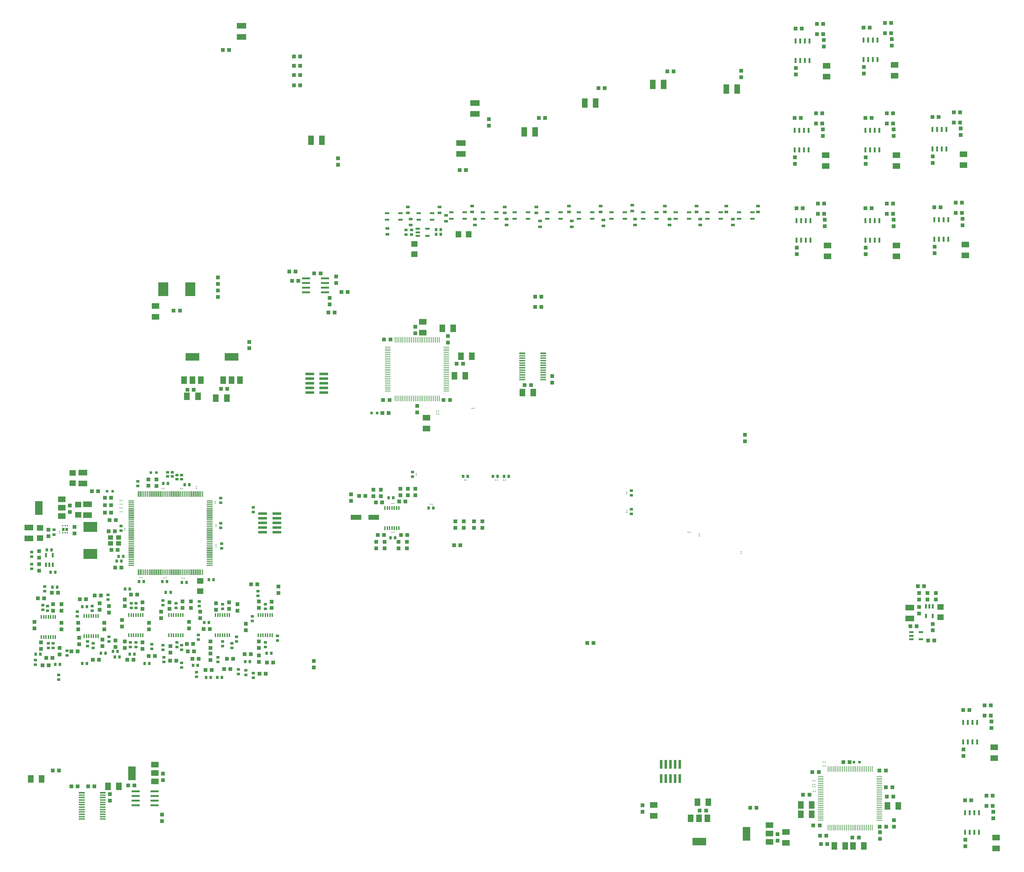
<source format=gbr>
G04 EAGLE Gerber RS-274X export*
G75*
%MOMM*%
%FSLAX34Y34*%
%LPD*%
%INSolderpaste Top*%
%IPPOS*%
%AMOC8*
5,1,8,0,0,1.08239X$1,22.5*%
G01*
%ADD10R,0.270000X1.500000*%
%ADD11R,1.500000X0.270000*%
%ADD12R,0.900000X0.700000*%
%ADD13R,1.400000X1.200000*%
%ADD14R,1.100000X1.000000*%
%ADD15R,1.800000X1.600000*%
%ADD16R,0.700000X0.900000*%
%ADD17C,0.070000*%
%ADD18R,1.000000X1.100000*%
%ADD19R,2.400000X0.760000*%
%ADD20R,0.800000X0.800000*%
%ADD21R,0.350000X0.250000*%
%ADD22R,0.250000X0.350000*%
%ADD23R,0.280000X0.430000*%
%ADD24R,1.200000X0.600000*%
%ADD25R,0.973900X0.798700*%
%ADD26R,0.760000X2.400000*%
%ADD27R,1.200000X0.550000*%
%ADD28R,0.304800X0.990600*%
%ADD29R,0.600000X1.200000*%
%ADD30R,2.400000X1.600000*%
%ADD31R,0.300000X0.450000*%
%ADD32R,0.650000X0.900000*%
%ADD33R,2.006600X1.498600*%
%ADD34R,2.006600X3.810000*%
%ADD35R,3.800000X2.800000*%
%ADD36R,1.498600X2.006600*%
%ADD37R,3.810000X2.006600*%
%ADD38R,1.080000X1.050000*%
%ADD39R,1.050000X1.080000*%
%ADD40R,2.000000X1.500000*%
%ADD41R,1.500000X2.000000*%
%ADD42C,0.102500*%
%ADD43R,0.600000X1.400000*%
%ADD44R,2.200000X0.600000*%
%ADD45R,1.500000X2.600000*%
%ADD46R,2.600000X1.500000*%
%ADD47R,3.000000X1.400000*%
%ADD48R,0.430000X0.280000*%
%ADD49R,2.800000X3.800000*%
%ADD50R,1.600000X1.800000*%


D10*
X2348540Y323840D03*
X2343540Y323840D03*
X2338540Y323840D03*
X2333540Y323840D03*
X2328540Y323840D03*
X2323540Y323840D03*
X2318540Y323840D03*
X2313540Y323840D03*
X2308540Y323840D03*
X2303540Y323840D03*
X2298540Y323840D03*
X2293540Y323840D03*
X2288540Y323840D03*
X2283540Y323840D03*
X2278540Y323840D03*
X2273540Y323840D03*
X2268540Y323840D03*
X2263540Y323840D03*
X2258540Y323840D03*
X2253540Y323840D03*
X2248540Y323840D03*
X2243540Y323840D03*
X2238540Y323840D03*
X2233540Y323840D03*
X2228540Y323840D03*
D11*
X2208540Y303840D03*
X2208540Y298840D03*
X2208540Y293840D03*
X2208540Y288840D03*
X2208540Y283840D03*
X2208540Y278840D03*
X2208540Y273840D03*
X2208540Y268840D03*
X2208540Y263840D03*
X2208540Y258840D03*
X2208540Y253840D03*
X2208540Y248840D03*
X2208540Y243840D03*
X2208540Y238840D03*
X2208540Y233840D03*
X2208540Y228840D03*
X2208540Y223840D03*
X2208540Y218840D03*
X2208540Y213840D03*
X2208540Y208840D03*
X2208540Y203840D03*
X2208540Y198840D03*
X2208540Y193840D03*
X2208540Y188840D03*
X2208540Y183840D03*
D10*
X2228540Y163840D03*
X2233540Y163840D03*
X2238540Y163840D03*
X2243540Y163840D03*
X2248540Y163840D03*
X2253540Y163840D03*
X2258540Y163840D03*
X2263540Y163840D03*
X2268540Y163840D03*
X2273540Y163840D03*
X2278540Y163840D03*
X2283540Y163840D03*
X2288540Y163840D03*
X2293540Y163840D03*
X2298540Y163840D03*
X2303540Y163840D03*
X2308540Y163840D03*
X2313540Y163840D03*
X2318540Y163840D03*
X2323540Y163840D03*
X2328540Y163840D03*
X2333540Y163840D03*
X2338540Y163840D03*
X2343540Y163840D03*
X2348540Y163840D03*
D11*
X2368540Y183840D03*
X2368540Y188840D03*
X2368540Y193840D03*
X2368540Y198840D03*
X2368540Y203840D03*
X2368540Y208840D03*
X2368540Y213840D03*
X2368540Y218840D03*
X2368540Y223840D03*
X2368540Y228840D03*
X2368540Y233840D03*
X2368540Y238840D03*
X2368540Y243840D03*
X2368540Y248840D03*
X2368540Y253840D03*
X2368540Y258840D03*
X2368540Y263840D03*
X2368540Y268840D03*
X2368540Y273840D03*
X2368540Y278840D03*
X2368540Y283840D03*
X2368540Y288840D03*
X2368540Y293840D03*
X2368540Y298840D03*
X2368540Y303840D03*
D12*
X660400Y1024740D03*
X660400Y1037740D03*
D13*
X292940Y939420D03*
X292940Y955420D03*
X270940Y955420D03*
X270940Y939420D03*
D14*
X282820Y972820D03*
X265820Y972820D03*
X273440Y922020D03*
X290440Y922020D03*
D15*
X515620Y836960D03*
X515620Y808960D03*
D16*
X473560Y1099820D03*
X486560Y1099820D03*
D14*
X374142Y1096654D03*
X374142Y1113654D03*
D17*
X347890Y868390D02*
X347890Y853490D01*
X345790Y853490D01*
X345790Y868390D01*
X347890Y868390D01*
X347890Y854155D02*
X345790Y854155D01*
X345790Y854820D02*
X347890Y854820D01*
X347890Y855485D02*
X345790Y855485D01*
X345790Y856150D02*
X347890Y856150D01*
X347890Y856815D02*
X345790Y856815D01*
X345790Y857480D02*
X347890Y857480D01*
X347890Y858145D02*
X345790Y858145D01*
X345790Y858810D02*
X347890Y858810D01*
X347890Y859475D02*
X345790Y859475D01*
X345790Y860140D02*
X347890Y860140D01*
X347890Y860805D02*
X345790Y860805D01*
X345790Y861470D02*
X347890Y861470D01*
X347890Y862135D02*
X345790Y862135D01*
X345790Y862800D02*
X347890Y862800D01*
X347890Y863465D02*
X345790Y863465D01*
X345790Y864130D02*
X347890Y864130D01*
X347890Y864795D02*
X345790Y864795D01*
X345790Y865460D02*
X347890Y865460D01*
X347890Y866125D02*
X345790Y866125D01*
X345790Y866790D02*
X347890Y866790D01*
X347890Y867455D02*
X345790Y867455D01*
X345790Y868120D02*
X347890Y868120D01*
X352890Y868390D02*
X352890Y853490D01*
X350790Y853490D01*
X350790Y868390D01*
X352890Y868390D01*
X352890Y854155D02*
X350790Y854155D01*
X350790Y854820D02*
X352890Y854820D01*
X352890Y855485D02*
X350790Y855485D01*
X350790Y856150D02*
X352890Y856150D01*
X352890Y856815D02*
X350790Y856815D01*
X350790Y857480D02*
X352890Y857480D01*
X352890Y858145D02*
X350790Y858145D01*
X350790Y858810D02*
X352890Y858810D01*
X352890Y859475D02*
X350790Y859475D01*
X350790Y860140D02*
X352890Y860140D01*
X352890Y860805D02*
X350790Y860805D01*
X350790Y861470D02*
X352890Y861470D01*
X352890Y862135D02*
X350790Y862135D01*
X350790Y862800D02*
X352890Y862800D01*
X352890Y863465D02*
X350790Y863465D01*
X350790Y864130D02*
X352890Y864130D01*
X352890Y864795D02*
X350790Y864795D01*
X350790Y865460D02*
X352890Y865460D01*
X352890Y866125D02*
X350790Y866125D01*
X350790Y866790D02*
X352890Y866790D01*
X352890Y867455D02*
X350790Y867455D01*
X350790Y868120D02*
X352890Y868120D01*
X357890Y868390D02*
X357890Y853490D01*
X355790Y853490D01*
X355790Y868390D01*
X357890Y868390D01*
X357890Y854155D02*
X355790Y854155D01*
X355790Y854820D02*
X357890Y854820D01*
X357890Y855485D02*
X355790Y855485D01*
X355790Y856150D02*
X357890Y856150D01*
X357890Y856815D02*
X355790Y856815D01*
X355790Y857480D02*
X357890Y857480D01*
X357890Y858145D02*
X355790Y858145D01*
X355790Y858810D02*
X357890Y858810D01*
X357890Y859475D02*
X355790Y859475D01*
X355790Y860140D02*
X357890Y860140D01*
X357890Y860805D02*
X355790Y860805D01*
X355790Y861470D02*
X357890Y861470D01*
X357890Y862135D02*
X355790Y862135D01*
X355790Y862800D02*
X357890Y862800D01*
X357890Y863465D02*
X355790Y863465D01*
X355790Y864130D02*
X357890Y864130D01*
X357890Y864795D02*
X355790Y864795D01*
X355790Y865460D02*
X357890Y865460D01*
X357890Y866125D02*
X355790Y866125D01*
X355790Y866790D02*
X357890Y866790D01*
X357890Y867455D02*
X355790Y867455D01*
X355790Y868120D02*
X357890Y868120D01*
X362890Y868390D02*
X362890Y853490D01*
X360790Y853490D01*
X360790Y868390D01*
X362890Y868390D01*
X362890Y854155D02*
X360790Y854155D01*
X360790Y854820D02*
X362890Y854820D01*
X362890Y855485D02*
X360790Y855485D01*
X360790Y856150D02*
X362890Y856150D01*
X362890Y856815D02*
X360790Y856815D01*
X360790Y857480D02*
X362890Y857480D01*
X362890Y858145D02*
X360790Y858145D01*
X360790Y858810D02*
X362890Y858810D01*
X362890Y859475D02*
X360790Y859475D01*
X360790Y860140D02*
X362890Y860140D01*
X362890Y860805D02*
X360790Y860805D01*
X360790Y861470D02*
X362890Y861470D01*
X362890Y862135D02*
X360790Y862135D01*
X360790Y862800D02*
X362890Y862800D01*
X362890Y863465D02*
X360790Y863465D01*
X360790Y864130D02*
X362890Y864130D01*
X362890Y864795D02*
X360790Y864795D01*
X360790Y865460D02*
X362890Y865460D01*
X362890Y866125D02*
X360790Y866125D01*
X360790Y866790D02*
X362890Y866790D01*
X362890Y867455D02*
X360790Y867455D01*
X360790Y868120D02*
X362890Y868120D01*
X367890Y868390D02*
X367890Y853490D01*
X365790Y853490D01*
X365790Y868390D01*
X367890Y868390D01*
X367890Y854155D02*
X365790Y854155D01*
X365790Y854820D02*
X367890Y854820D01*
X367890Y855485D02*
X365790Y855485D01*
X365790Y856150D02*
X367890Y856150D01*
X367890Y856815D02*
X365790Y856815D01*
X365790Y857480D02*
X367890Y857480D01*
X367890Y858145D02*
X365790Y858145D01*
X365790Y858810D02*
X367890Y858810D01*
X367890Y859475D02*
X365790Y859475D01*
X365790Y860140D02*
X367890Y860140D01*
X367890Y860805D02*
X365790Y860805D01*
X365790Y861470D02*
X367890Y861470D01*
X367890Y862135D02*
X365790Y862135D01*
X365790Y862800D02*
X367890Y862800D01*
X367890Y863465D02*
X365790Y863465D01*
X365790Y864130D02*
X367890Y864130D01*
X367890Y864795D02*
X365790Y864795D01*
X365790Y865460D02*
X367890Y865460D01*
X367890Y866125D02*
X365790Y866125D01*
X365790Y866790D02*
X367890Y866790D01*
X367890Y867455D02*
X365790Y867455D01*
X365790Y868120D02*
X367890Y868120D01*
X372890Y868390D02*
X372890Y853490D01*
X370790Y853490D01*
X370790Y868390D01*
X372890Y868390D01*
X372890Y854155D02*
X370790Y854155D01*
X370790Y854820D02*
X372890Y854820D01*
X372890Y855485D02*
X370790Y855485D01*
X370790Y856150D02*
X372890Y856150D01*
X372890Y856815D02*
X370790Y856815D01*
X370790Y857480D02*
X372890Y857480D01*
X372890Y858145D02*
X370790Y858145D01*
X370790Y858810D02*
X372890Y858810D01*
X372890Y859475D02*
X370790Y859475D01*
X370790Y860140D02*
X372890Y860140D01*
X372890Y860805D02*
X370790Y860805D01*
X370790Y861470D02*
X372890Y861470D01*
X372890Y862135D02*
X370790Y862135D01*
X370790Y862800D02*
X372890Y862800D01*
X372890Y863465D02*
X370790Y863465D01*
X370790Y864130D02*
X372890Y864130D01*
X372890Y864795D02*
X370790Y864795D01*
X370790Y865460D02*
X372890Y865460D01*
X372890Y866125D02*
X370790Y866125D01*
X370790Y866790D02*
X372890Y866790D01*
X372890Y867455D02*
X370790Y867455D01*
X370790Y868120D02*
X372890Y868120D01*
X377890Y868390D02*
X377890Y853490D01*
X375790Y853490D01*
X375790Y868390D01*
X377890Y868390D01*
X377890Y854155D02*
X375790Y854155D01*
X375790Y854820D02*
X377890Y854820D01*
X377890Y855485D02*
X375790Y855485D01*
X375790Y856150D02*
X377890Y856150D01*
X377890Y856815D02*
X375790Y856815D01*
X375790Y857480D02*
X377890Y857480D01*
X377890Y858145D02*
X375790Y858145D01*
X375790Y858810D02*
X377890Y858810D01*
X377890Y859475D02*
X375790Y859475D01*
X375790Y860140D02*
X377890Y860140D01*
X377890Y860805D02*
X375790Y860805D01*
X375790Y861470D02*
X377890Y861470D01*
X377890Y862135D02*
X375790Y862135D01*
X375790Y862800D02*
X377890Y862800D01*
X377890Y863465D02*
X375790Y863465D01*
X375790Y864130D02*
X377890Y864130D01*
X377890Y864795D02*
X375790Y864795D01*
X375790Y865460D02*
X377890Y865460D01*
X377890Y866125D02*
X375790Y866125D01*
X375790Y866790D02*
X377890Y866790D01*
X377890Y867455D02*
X375790Y867455D01*
X375790Y868120D02*
X377890Y868120D01*
X382890Y868390D02*
X382890Y853490D01*
X380790Y853490D01*
X380790Y868390D01*
X382890Y868390D01*
X382890Y854155D02*
X380790Y854155D01*
X380790Y854820D02*
X382890Y854820D01*
X382890Y855485D02*
X380790Y855485D01*
X380790Y856150D02*
X382890Y856150D01*
X382890Y856815D02*
X380790Y856815D01*
X380790Y857480D02*
X382890Y857480D01*
X382890Y858145D02*
X380790Y858145D01*
X380790Y858810D02*
X382890Y858810D01*
X382890Y859475D02*
X380790Y859475D01*
X380790Y860140D02*
X382890Y860140D01*
X382890Y860805D02*
X380790Y860805D01*
X380790Y861470D02*
X382890Y861470D01*
X382890Y862135D02*
X380790Y862135D01*
X380790Y862800D02*
X382890Y862800D01*
X382890Y863465D02*
X380790Y863465D01*
X380790Y864130D02*
X382890Y864130D01*
X382890Y864795D02*
X380790Y864795D01*
X380790Y865460D02*
X382890Y865460D01*
X382890Y866125D02*
X380790Y866125D01*
X380790Y866790D02*
X382890Y866790D01*
X382890Y867455D02*
X380790Y867455D01*
X380790Y868120D02*
X382890Y868120D01*
X387890Y868390D02*
X387890Y853490D01*
X385790Y853490D01*
X385790Y868390D01*
X387890Y868390D01*
X387890Y854155D02*
X385790Y854155D01*
X385790Y854820D02*
X387890Y854820D01*
X387890Y855485D02*
X385790Y855485D01*
X385790Y856150D02*
X387890Y856150D01*
X387890Y856815D02*
X385790Y856815D01*
X385790Y857480D02*
X387890Y857480D01*
X387890Y858145D02*
X385790Y858145D01*
X385790Y858810D02*
X387890Y858810D01*
X387890Y859475D02*
X385790Y859475D01*
X385790Y860140D02*
X387890Y860140D01*
X387890Y860805D02*
X385790Y860805D01*
X385790Y861470D02*
X387890Y861470D01*
X387890Y862135D02*
X385790Y862135D01*
X385790Y862800D02*
X387890Y862800D01*
X387890Y863465D02*
X385790Y863465D01*
X385790Y864130D02*
X387890Y864130D01*
X387890Y864795D02*
X385790Y864795D01*
X385790Y865460D02*
X387890Y865460D01*
X387890Y866125D02*
X385790Y866125D01*
X385790Y866790D02*
X387890Y866790D01*
X387890Y867455D02*
X385790Y867455D01*
X385790Y868120D02*
X387890Y868120D01*
X392890Y868390D02*
X392890Y853490D01*
X390790Y853490D01*
X390790Y868390D01*
X392890Y868390D01*
X392890Y854155D02*
X390790Y854155D01*
X390790Y854820D02*
X392890Y854820D01*
X392890Y855485D02*
X390790Y855485D01*
X390790Y856150D02*
X392890Y856150D01*
X392890Y856815D02*
X390790Y856815D01*
X390790Y857480D02*
X392890Y857480D01*
X392890Y858145D02*
X390790Y858145D01*
X390790Y858810D02*
X392890Y858810D01*
X392890Y859475D02*
X390790Y859475D01*
X390790Y860140D02*
X392890Y860140D01*
X392890Y860805D02*
X390790Y860805D01*
X390790Y861470D02*
X392890Y861470D01*
X392890Y862135D02*
X390790Y862135D01*
X390790Y862800D02*
X392890Y862800D01*
X392890Y863465D02*
X390790Y863465D01*
X390790Y864130D02*
X392890Y864130D01*
X392890Y864795D02*
X390790Y864795D01*
X390790Y865460D02*
X392890Y865460D01*
X392890Y866125D02*
X390790Y866125D01*
X390790Y866790D02*
X392890Y866790D01*
X392890Y867455D02*
X390790Y867455D01*
X390790Y868120D02*
X392890Y868120D01*
X397890Y868390D02*
X397890Y853490D01*
X395790Y853490D01*
X395790Y868390D01*
X397890Y868390D01*
X397890Y854155D02*
X395790Y854155D01*
X395790Y854820D02*
X397890Y854820D01*
X397890Y855485D02*
X395790Y855485D01*
X395790Y856150D02*
X397890Y856150D01*
X397890Y856815D02*
X395790Y856815D01*
X395790Y857480D02*
X397890Y857480D01*
X397890Y858145D02*
X395790Y858145D01*
X395790Y858810D02*
X397890Y858810D01*
X397890Y859475D02*
X395790Y859475D01*
X395790Y860140D02*
X397890Y860140D01*
X397890Y860805D02*
X395790Y860805D01*
X395790Y861470D02*
X397890Y861470D01*
X397890Y862135D02*
X395790Y862135D01*
X395790Y862800D02*
X397890Y862800D01*
X397890Y863465D02*
X395790Y863465D01*
X395790Y864130D02*
X397890Y864130D01*
X397890Y864795D02*
X395790Y864795D01*
X395790Y865460D02*
X397890Y865460D01*
X397890Y866125D02*
X395790Y866125D01*
X395790Y866790D02*
X397890Y866790D01*
X397890Y867455D02*
X395790Y867455D01*
X395790Y868120D02*
X397890Y868120D01*
X402890Y868390D02*
X402890Y853490D01*
X400790Y853490D01*
X400790Y868390D01*
X402890Y868390D01*
X402890Y854155D02*
X400790Y854155D01*
X400790Y854820D02*
X402890Y854820D01*
X402890Y855485D02*
X400790Y855485D01*
X400790Y856150D02*
X402890Y856150D01*
X402890Y856815D02*
X400790Y856815D01*
X400790Y857480D02*
X402890Y857480D01*
X402890Y858145D02*
X400790Y858145D01*
X400790Y858810D02*
X402890Y858810D01*
X402890Y859475D02*
X400790Y859475D01*
X400790Y860140D02*
X402890Y860140D01*
X402890Y860805D02*
X400790Y860805D01*
X400790Y861470D02*
X402890Y861470D01*
X402890Y862135D02*
X400790Y862135D01*
X400790Y862800D02*
X402890Y862800D01*
X402890Y863465D02*
X400790Y863465D01*
X400790Y864130D02*
X402890Y864130D01*
X402890Y864795D02*
X400790Y864795D01*
X400790Y865460D02*
X402890Y865460D01*
X402890Y866125D02*
X400790Y866125D01*
X400790Y866790D02*
X402890Y866790D01*
X402890Y867455D02*
X400790Y867455D01*
X400790Y868120D02*
X402890Y868120D01*
X407890Y868390D02*
X407890Y853490D01*
X405790Y853490D01*
X405790Y868390D01*
X407890Y868390D01*
X407890Y854155D02*
X405790Y854155D01*
X405790Y854820D02*
X407890Y854820D01*
X407890Y855485D02*
X405790Y855485D01*
X405790Y856150D02*
X407890Y856150D01*
X407890Y856815D02*
X405790Y856815D01*
X405790Y857480D02*
X407890Y857480D01*
X407890Y858145D02*
X405790Y858145D01*
X405790Y858810D02*
X407890Y858810D01*
X407890Y859475D02*
X405790Y859475D01*
X405790Y860140D02*
X407890Y860140D01*
X407890Y860805D02*
X405790Y860805D01*
X405790Y861470D02*
X407890Y861470D01*
X407890Y862135D02*
X405790Y862135D01*
X405790Y862800D02*
X407890Y862800D01*
X407890Y863465D02*
X405790Y863465D01*
X405790Y864130D02*
X407890Y864130D01*
X407890Y864795D02*
X405790Y864795D01*
X405790Y865460D02*
X407890Y865460D01*
X407890Y866125D02*
X405790Y866125D01*
X405790Y866790D02*
X407890Y866790D01*
X407890Y867455D02*
X405790Y867455D01*
X405790Y868120D02*
X407890Y868120D01*
X412890Y868390D02*
X412890Y853490D01*
X410790Y853490D01*
X410790Y868390D01*
X412890Y868390D01*
X412890Y854155D02*
X410790Y854155D01*
X410790Y854820D02*
X412890Y854820D01*
X412890Y855485D02*
X410790Y855485D01*
X410790Y856150D02*
X412890Y856150D01*
X412890Y856815D02*
X410790Y856815D01*
X410790Y857480D02*
X412890Y857480D01*
X412890Y858145D02*
X410790Y858145D01*
X410790Y858810D02*
X412890Y858810D01*
X412890Y859475D02*
X410790Y859475D01*
X410790Y860140D02*
X412890Y860140D01*
X412890Y860805D02*
X410790Y860805D01*
X410790Y861470D02*
X412890Y861470D01*
X412890Y862135D02*
X410790Y862135D01*
X410790Y862800D02*
X412890Y862800D01*
X412890Y863465D02*
X410790Y863465D01*
X410790Y864130D02*
X412890Y864130D01*
X412890Y864795D02*
X410790Y864795D01*
X410790Y865460D02*
X412890Y865460D01*
X412890Y866125D02*
X410790Y866125D01*
X410790Y866790D02*
X412890Y866790D01*
X412890Y867455D02*
X410790Y867455D01*
X410790Y868120D02*
X412890Y868120D01*
X417890Y868390D02*
X417890Y853490D01*
X415790Y853490D01*
X415790Y868390D01*
X417890Y868390D01*
X417890Y854155D02*
X415790Y854155D01*
X415790Y854820D02*
X417890Y854820D01*
X417890Y855485D02*
X415790Y855485D01*
X415790Y856150D02*
X417890Y856150D01*
X417890Y856815D02*
X415790Y856815D01*
X415790Y857480D02*
X417890Y857480D01*
X417890Y858145D02*
X415790Y858145D01*
X415790Y858810D02*
X417890Y858810D01*
X417890Y859475D02*
X415790Y859475D01*
X415790Y860140D02*
X417890Y860140D01*
X417890Y860805D02*
X415790Y860805D01*
X415790Y861470D02*
X417890Y861470D01*
X417890Y862135D02*
X415790Y862135D01*
X415790Y862800D02*
X417890Y862800D01*
X417890Y863465D02*
X415790Y863465D01*
X415790Y864130D02*
X417890Y864130D01*
X417890Y864795D02*
X415790Y864795D01*
X415790Y865460D02*
X417890Y865460D01*
X417890Y866125D02*
X415790Y866125D01*
X415790Y866790D02*
X417890Y866790D01*
X417890Y867455D02*
X415790Y867455D01*
X415790Y868120D02*
X417890Y868120D01*
X422890Y868390D02*
X422890Y853490D01*
X420790Y853490D01*
X420790Y868390D01*
X422890Y868390D01*
X422890Y854155D02*
X420790Y854155D01*
X420790Y854820D02*
X422890Y854820D01*
X422890Y855485D02*
X420790Y855485D01*
X420790Y856150D02*
X422890Y856150D01*
X422890Y856815D02*
X420790Y856815D01*
X420790Y857480D02*
X422890Y857480D01*
X422890Y858145D02*
X420790Y858145D01*
X420790Y858810D02*
X422890Y858810D01*
X422890Y859475D02*
X420790Y859475D01*
X420790Y860140D02*
X422890Y860140D01*
X422890Y860805D02*
X420790Y860805D01*
X420790Y861470D02*
X422890Y861470D01*
X422890Y862135D02*
X420790Y862135D01*
X420790Y862800D02*
X422890Y862800D01*
X422890Y863465D02*
X420790Y863465D01*
X420790Y864130D02*
X422890Y864130D01*
X422890Y864795D02*
X420790Y864795D01*
X420790Y865460D02*
X422890Y865460D01*
X422890Y866125D02*
X420790Y866125D01*
X420790Y866790D02*
X422890Y866790D01*
X422890Y867455D02*
X420790Y867455D01*
X420790Y868120D02*
X422890Y868120D01*
X427890Y868390D02*
X427890Y853490D01*
X425790Y853490D01*
X425790Y868390D01*
X427890Y868390D01*
X427890Y854155D02*
X425790Y854155D01*
X425790Y854820D02*
X427890Y854820D01*
X427890Y855485D02*
X425790Y855485D01*
X425790Y856150D02*
X427890Y856150D01*
X427890Y856815D02*
X425790Y856815D01*
X425790Y857480D02*
X427890Y857480D01*
X427890Y858145D02*
X425790Y858145D01*
X425790Y858810D02*
X427890Y858810D01*
X427890Y859475D02*
X425790Y859475D01*
X425790Y860140D02*
X427890Y860140D01*
X427890Y860805D02*
X425790Y860805D01*
X425790Y861470D02*
X427890Y861470D01*
X427890Y862135D02*
X425790Y862135D01*
X425790Y862800D02*
X427890Y862800D01*
X427890Y863465D02*
X425790Y863465D01*
X425790Y864130D02*
X427890Y864130D01*
X427890Y864795D02*
X425790Y864795D01*
X425790Y865460D02*
X427890Y865460D01*
X427890Y866125D02*
X425790Y866125D01*
X425790Y866790D02*
X427890Y866790D01*
X427890Y867455D02*
X425790Y867455D01*
X425790Y868120D02*
X427890Y868120D01*
X432890Y868390D02*
X432890Y853490D01*
X430790Y853490D01*
X430790Y868390D01*
X432890Y868390D01*
X432890Y854155D02*
X430790Y854155D01*
X430790Y854820D02*
X432890Y854820D01*
X432890Y855485D02*
X430790Y855485D01*
X430790Y856150D02*
X432890Y856150D01*
X432890Y856815D02*
X430790Y856815D01*
X430790Y857480D02*
X432890Y857480D01*
X432890Y858145D02*
X430790Y858145D01*
X430790Y858810D02*
X432890Y858810D01*
X432890Y859475D02*
X430790Y859475D01*
X430790Y860140D02*
X432890Y860140D01*
X432890Y860805D02*
X430790Y860805D01*
X430790Y861470D02*
X432890Y861470D01*
X432890Y862135D02*
X430790Y862135D01*
X430790Y862800D02*
X432890Y862800D01*
X432890Y863465D02*
X430790Y863465D01*
X430790Y864130D02*
X432890Y864130D01*
X432890Y864795D02*
X430790Y864795D01*
X430790Y865460D02*
X432890Y865460D01*
X432890Y866125D02*
X430790Y866125D01*
X430790Y866790D02*
X432890Y866790D01*
X432890Y867455D02*
X430790Y867455D01*
X430790Y868120D02*
X432890Y868120D01*
X437890Y868390D02*
X437890Y853490D01*
X435790Y853490D01*
X435790Y868390D01*
X437890Y868390D01*
X437890Y854155D02*
X435790Y854155D01*
X435790Y854820D02*
X437890Y854820D01*
X437890Y855485D02*
X435790Y855485D01*
X435790Y856150D02*
X437890Y856150D01*
X437890Y856815D02*
X435790Y856815D01*
X435790Y857480D02*
X437890Y857480D01*
X437890Y858145D02*
X435790Y858145D01*
X435790Y858810D02*
X437890Y858810D01*
X437890Y859475D02*
X435790Y859475D01*
X435790Y860140D02*
X437890Y860140D01*
X437890Y860805D02*
X435790Y860805D01*
X435790Y861470D02*
X437890Y861470D01*
X437890Y862135D02*
X435790Y862135D01*
X435790Y862800D02*
X437890Y862800D01*
X437890Y863465D02*
X435790Y863465D01*
X435790Y864130D02*
X437890Y864130D01*
X437890Y864795D02*
X435790Y864795D01*
X435790Y865460D02*
X437890Y865460D01*
X437890Y866125D02*
X435790Y866125D01*
X435790Y866790D02*
X437890Y866790D01*
X437890Y867455D02*
X435790Y867455D01*
X435790Y868120D02*
X437890Y868120D01*
X442890Y868390D02*
X442890Y853490D01*
X440790Y853490D01*
X440790Y868390D01*
X442890Y868390D01*
X442890Y854155D02*
X440790Y854155D01*
X440790Y854820D02*
X442890Y854820D01*
X442890Y855485D02*
X440790Y855485D01*
X440790Y856150D02*
X442890Y856150D01*
X442890Y856815D02*
X440790Y856815D01*
X440790Y857480D02*
X442890Y857480D01*
X442890Y858145D02*
X440790Y858145D01*
X440790Y858810D02*
X442890Y858810D01*
X442890Y859475D02*
X440790Y859475D01*
X440790Y860140D02*
X442890Y860140D01*
X442890Y860805D02*
X440790Y860805D01*
X440790Y861470D02*
X442890Y861470D01*
X442890Y862135D02*
X440790Y862135D01*
X440790Y862800D02*
X442890Y862800D01*
X442890Y863465D02*
X440790Y863465D01*
X440790Y864130D02*
X442890Y864130D01*
X442890Y864795D02*
X440790Y864795D01*
X440790Y865460D02*
X442890Y865460D01*
X442890Y866125D02*
X440790Y866125D01*
X440790Y866790D02*
X442890Y866790D01*
X442890Y867455D02*
X440790Y867455D01*
X440790Y868120D02*
X442890Y868120D01*
X447890Y868390D02*
X447890Y853490D01*
X445790Y853490D01*
X445790Y868390D01*
X447890Y868390D01*
X447890Y854155D02*
X445790Y854155D01*
X445790Y854820D02*
X447890Y854820D01*
X447890Y855485D02*
X445790Y855485D01*
X445790Y856150D02*
X447890Y856150D01*
X447890Y856815D02*
X445790Y856815D01*
X445790Y857480D02*
X447890Y857480D01*
X447890Y858145D02*
X445790Y858145D01*
X445790Y858810D02*
X447890Y858810D01*
X447890Y859475D02*
X445790Y859475D01*
X445790Y860140D02*
X447890Y860140D01*
X447890Y860805D02*
X445790Y860805D01*
X445790Y861470D02*
X447890Y861470D01*
X447890Y862135D02*
X445790Y862135D01*
X445790Y862800D02*
X447890Y862800D01*
X447890Y863465D02*
X445790Y863465D01*
X445790Y864130D02*
X447890Y864130D01*
X447890Y864795D02*
X445790Y864795D01*
X445790Y865460D02*
X447890Y865460D01*
X447890Y866125D02*
X445790Y866125D01*
X445790Y866790D02*
X447890Y866790D01*
X447890Y867455D02*
X445790Y867455D01*
X445790Y868120D02*
X447890Y868120D01*
X452890Y868390D02*
X452890Y853490D01*
X450790Y853490D01*
X450790Y868390D01*
X452890Y868390D01*
X452890Y854155D02*
X450790Y854155D01*
X450790Y854820D02*
X452890Y854820D01*
X452890Y855485D02*
X450790Y855485D01*
X450790Y856150D02*
X452890Y856150D01*
X452890Y856815D02*
X450790Y856815D01*
X450790Y857480D02*
X452890Y857480D01*
X452890Y858145D02*
X450790Y858145D01*
X450790Y858810D02*
X452890Y858810D01*
X452890Y859475D02*
X450790Y859475D01*
X450790Y860140D02*
X452890Y860140D01*
X452890Y860805D02*
X450790Y860805D01*
X450790Y861470D02*
X452890Y861470D01*
X452890Y862135D02*
X450790Y862135D01*
X450790Y862800D02*
X452890Y862800D01*
X452890Y863465D02*
X450790Y863465D01*
X450790Y864130D02*
X452890Y864130D01*
X452890Y864795D02*
X450790Y864795D01*
X450790Y865460D02*
X452890Y865460D01*
X452890Y866125D02*
X450790Y866125D01*
X450790Y866790D02*
X452890Y866790D01*
X452890Y867455D02*
X450790Y867455D01*
X450790Y868120D02*
X452890Y868120D01*
X457890Y868390D02*
X457890Y853490D01*
X455790Y853490D01*
X455790Y868390D01*
X457890Y868390D01*
X457890Y854155D02*
X455790Y854155D01*
X455790Y854820D02*
X457890Y854820D01*
X457890Y855485D02*
X455790Y855485D01*
X455790Y856150D02*
X457890Y856150D01*
X457890Y856815D02*
X455790Y856815D01*
X455790Y857480D02*
X457890Y857480D01*
X457890Y858145D02*
X455790Y858145D01*
X455790Y858810D02*
X457890Y858810D01*
X457890Y859475D02*
X455790Y859475D01*
X455790Y860140D02*
X457890Y860140D01*
X457890Y860805D02*
X455790Y860805D01*
X455790Y861470D02*
X457890Y861470D01*
X457890Y862135D02*
X455790Y862135D01*
X455790Y862800D02*
X457890Y862800D01*
X457890Y863465D02*
X455790Y863465D01*
X455790Y864130D02*
X457890Y864130D01*
X457890Y864795D02*
X455790Y864795D01*
X455790Y865460D02*
X457890Y865460D01*
X457890Y866125D02*
X455790Y866125D01*
X455790Y866790D02*
X457890Y866790D01*
X457890Y867455D02*
X455790Y867455D01*
X455790Y868120D02*
X457890Y868120D01*
X462890Y868390D02*
X462890Y853490D01*
X460790Y853490D01*
X460790Y868390D01*
X462890Y868390D01*
X462890Y854155D02*
X460790Y854155D01*
X460790Y854820D02*
X462890Y854820D01*
X462890Y855485D02*
X460790Y855485D01*
X460790Y856150D02*
X462890Y856150D01*
X462890Y856815D02*
X460790Y856815D01*
X460790Y857480D02*
X462890Y857480D01*
X462890Y858145D02*
X460790Y858145D01*
X460790Y858810D02*
X462890Y858810D01*
X462890Y859475D02*
X460790Y859475D01*
X460790Y860140D02*
X462890Y860140D01*
X462890Y860805D02*
X460790Y860805D01*
X460790Y861470D02*
X462890Y861470D01*
X462890Y862135D02*
X460790Y862135D01*
X460790Y862800D02*
X462890Y862800D01*
X462890Y863465D02*
X460790Y863465D01*
X460790Y864130D02*
X462890Y864130D01*
X462890Y864795D02*
X460790Y864795D01*
X460790Y865460D02*
X462890Y865460D01*
X462890Y866125D02*
X460790Y866125D01*
X460790Y866790D02*
X462890Y866790D01*
X462890Y867455D02*
X460790Y867455D01*
X460790Y868120D02*
X462890Y868120D01*
X467890Y868390D02*
X467890Y853490D01*
X465790Y853490D01*
X465790Y868390D01*
X467890Y868390D01*
X467890Y854155D02*
X465790Y854155D01*
X465790Y854820D02*
X467890Y854820D01*
X467890Y855485D02*
X465790Y855485D01*
X465790Y856150D02*
X467890Y856150D01*
X467890Y856815D02*
X465790Y856815D01*
X465790Y857480D02*
X467890Y857480D01*
X467890Y858145D02*
X465790Y858145D01*
X465790Y858810D02*
X467890Y858810D01*
X467890Y859475D02*
X465790Y859475D01*
X465790Y860140D02*
X467890Y860140D01*
X467890Y860805D02*
X465790Y860805D01*
X465790Y861470D02*
X467890Y861470D01*
X467890Y862135D02*
X465790Y862135D01*
X465790Y862800D02*
X467890Y862800D01*
X467890Y863465D02*
X465790Y863465D01*
X465790Y864130D02*
X467890Y864130D01*
X467890Y864795D02*
X465790Y864795D01*
X465790Y865460D02*
X467890Y865460D01*
X467890Y866125D02*
X465790Y866125D01*
X465790Y866790D02*
X467890Y866790D01*
X467890Y867455D02*
X465790Y867455D01*
X465790Y868120D02*
X467890Y868120D01*
X472890Y868390D02*
X472890Y853490D01*
X470790Y853490D01*
X470790Y868390D01*
X472890Y868390D01*
X472890Y854155D02*
X470790Y854155D01*
X470790Y854820D02*
X472890Y854820D01*
X472890Y855485D02*
X470790Y855485D01*
X470790Y856150D02*
X472890Y856150D01*
X472890Y856815D02*
X470790Y856815D01*
X470790Y857480D02*
X472890Y857480D01*
X472890Y858145D02*
X470790Y858145D01*
X470790Y858810D02*
X472890Y858810D01*
X472890Y859475D02*
X470790Y859475D01*
X470790Y860140D02*
X472890Y860140D01*
X472890Y860805D02*
X470790Y860805D01*
X470790Y861470D02*
X472890Y861470D01*
X472890Y862135D02*
X470790Y862135D01*
X470790Y862800D02*
X472890Y862800D01*
X472890Y863465D02*
X470790Y863465D01*
X470790Y864130D02*
X472890Y864130D01*
X472890Y864795D02*
X470790Y864795D01*
X470790Y865460D02*
X472890Y865460D01*
X472890Y866125D02*
X470790Y866125D01*
X470790Y866790D02*
X472890Y866790D01*
X472890Y867455D02*
X470790Y867455D01*
X470790Y868120D02*
X472890Y868120D01*
X477890Y868390D02*
X477890Y853490D01*
X475790Y853490D01*
X475790Y868390D01*
X477890Y868390D01*
X477890Y854155D02*
X475790Y854155D01*
X475790Y854820D02*
X477890Y854820D01*
X477890Y855485D02*
X475790Y855485D01*
X475790Y856150D02*
X477890Y856150D01*
X477890Y856815D02*
X475790Y856815D01*
X475790Y857480D02*
X477890Y857480D01*
X477890Y858145D02*
X475790Y858145D01*
X475790Y858810D02*
X477890Y858810D01*
X477890Y859475D02*
X475790Y859475D01*
X475790Y860140D02*
X477890Y860140D01*
X477890Y860805D02*
X475790Y860805D01*
X475790Y861470D02*
X477890Y861470D01*
X477890Y862135D02*
X475790Y862135D01*
X475790Y862800D02*
X477890Y862800D01*
X477890Y863465D02*
X475790Y863465D01*
X475790Y864130D02*
X477890Y864130D01*
X477890Y864795D02*
X475790Y864795D01*
X475790Y865460D02*
X477890Y865460D01*
X477890Y866125D02*
X475790Y866125D01*
X475790Y866790D02*
X477890Y866790D01*
X477890Y867455D02*
X475790Y867455D01*
X475790Y868120D02*
X477890Y868120D01*
X482890Y868390D02*
X482890Y853490D01*
X480790Y853490D01*
X480790Y868390D01*
X482890Y868390D01*
X482890Y854155D02*
X480790Y854155D01*
X480790Y854820D02*
X482890Y854820D01*
X482890Y855485D02*
X480790Y855485D01*
X480790Y856150D02*
X482890Y856150D01*
X482890Y856815D02*
X480790Y856815D01*
X480790Y857480D02*
X482890Y857480D01*
X482890Y858145D02*
X480790Y858145D01*
X480790Y858810D02*
X482890Y858810D01*
X482890Y859475D02*
X480790Y859475D01*
X480790Y860140D02*
X482890Y860140D01*
X482890Y860805D02*
X480790Y860805D01*
X480790Y861470D02*
X482890Y861470D01*
X482890Y862135D02*
X480790Y862135D01*
X480790Y862800D02*
X482890Y862800D01*
X482890Y863465D02*
X480790Y863465D01*
X480790Y864130D02*
X482890Y864130D01*
X482890Y864795D02*
X480790Y864795D01*
X480790Y865460D02*
X482890Y865460D01*
X482890Y866125D02*
X480790Y866125D01*
X480790Y866790D02*
X482890Y866790D01*
X482890Y867455D02*
X480790Y867455D01*
X480790Y868120D02*
X482890Y868120D01*
X487890Y868390D02*
X487890Y853490D01*
X485790Y853490D01*
X485790Y868390D01*
X487890Y868390D01*
X487890Y854155D02*
X485790Y854155D01*
X485790Y854820D02*
X487890Y854820D01*
X487890Y855485D02*
X485790Y855485D01*
X485790Y856150D02*
X487890Y856150D01*
X487890Y856815D02*
X485790Y856815D01*
X485790Y857480D02*
X487890Y857480D01*
X487890Y858145D02*
X485790Y858145D01*
X485790Y858810D02*
X487890Y858810D01*
X487890Y859475D02*
X485790Y859475D01*
X485790Y860140D02*
X487890Y860140D01*
X487890Y860805D02*
X485790Y860805D01*
X485790Y861470D02*
X487890Y861470D01*
X487890Y862135D02*
X485790Y862135D01*
X485790Y862800D02*
X487890Y862800D01*
X487890Y863465D02*
X485790Y863465D01*
X485790Y864130D02*
X487890Y864130D01*
X487890Y864795D02*
X485790Y864795D01*
X485790Y865460D02*
X487890Y865460D01*
X487890Y866125D02*
X485790Y866125D01*
X485790Y866790D02*
X487890Y866790D01*
X487890Y867455D02*
X485790Y867455D01*
X485790Y868120D02*
X487890Y868120D01*
X492890Y868390D02*
X492890Y853490D01*
X490790Y853490D01*
X490790Y868390D01*
X492890Y868390D01*
X492890Y854155D02*
X490790Y854155D01*
X490790Y854820D02*
X492890Y854820D01*
X492890Y855485D02*
X490790Y855485D01*
X490790Y856150D02*
X492890Y856150D01*
X492890Y856815D02*
X490790Y856815D01*
X490790Y857480D02*
X492890Y857480D01*
X492890Y858145D02*
X490790Y858145D01*
X490790Y858810D02*
X492890Y858810D01*
X492890Y859475D02*
X490790Y859475D01*
X490790Y860140D02*
X492890Y860140D01*
X492890Y860805D02*
X490790Y860805D01*
X490790Y861470D02*
X492890Y861470D01*
X492890Y862135D02*
X490790Y862135D01*
X490790Y862800D02*
X492890Y862800D01*
X492890Y863465D02*
X490790Y863465D01*
X490790Y864130D02*
X492890Y864130D01*
X492890Y864795D02*
X490790Y864795D01*
X490790Y865460D02*
X492890Y865460D01*
X492890Y866125D02*
X490790Y866125D01*
X490790Y866790D02*
X492890Y866790D01*
X492890Y867455D02*
X490790Y867455D01*
X490790Y868120D02*
X492890Y868120D01*
X497890Y868390D02*
X497890Y853490D01*
X495790Y853490D01*
X495790Y868390D01*
X497890Y868390D01*
X497890Y854155D02*
X495790Y854155D01*
X495790Y854820D02*
X497890Y854820D01*
X497890Y855485D02*
X495790Y855485D01*
X495790Y856150D02*
X497890Y856150D01*
X497890Y856815D02*
X495790Y856815D01*
X495790Y857480D02*
X497890Y857480D01*
X497890Y858145D02*
X495790Y858145D01*
X495790Y858810D02*
X497890Y858810D01*
X497890Y859475D02*
X495790Y859475D01*
X495790Y860140D02*
X497890Y860140D01*
X497890Y860805D02*
X495790Y860805D01*
X495790Y861470D02*
X497890Y861470D01*
X497890Y862135D02*
X495790Y862135D01*
X495790Y862800D02*
X497890Y862800D01*
X497890Y863465D02*
X495790Y863465D01*
X495790Y864130D02*
X497890Y864130D01*
X497890Y864795D02*
X495790Y864795D01*
X495790Y865460D02*
X497890Y865460D01*
X497890Y866125D02*
X495790Y866125D01*
X495790Y866790D02*
X497890Y866790D01*
X497890Y867455D02*
X495790Y867455D01*
X495790Y868120D02*
X497890Y868120D01*
X502890Y868390D02*
X502890Y853490D01*
X500790Y853490D01*
X500790Y868390D01*
X502890Y868390D01*
X502890Y854155D02*
X500790Y854155D01*
X500790Y854820D02*
X502890Y854820D01*
X502890Y855485D02*
X500790Y855485D01*
X500790Y856150D02*
X502890Y856150D01*
X502890Y856815D02*
X500790Y856815D01*
X500790Y857480D02*
X502890Y857480D01*
X502890Y858145D02*
X500790Y858145D01*
X500790Y858810D02*
X502890Y858810D01*
X502890Y859475D02*
X500790Y859475D01*
X500790Y860140D02*
X502890Y860140D01*
X502890Y860805D02*
X500790Y860805D01*
X500790Y861470D02*
X502890Y861470D01*
X502890Y862135D02*
X500790Y862135D01*
X500790Y862800D02*
X502890Y862800D01*
X502890Y863465D02*
X500790Y863465D01*
X500790Y864130D02*
X502890Y864130D01*
X502890Y864795D02*
X500790Y864795D01*
X500790Y865460D02*
X502890Y865460D01*
X502890Y866125D02*
X500790Y866125D01*
X500790Y866790D02*
X502890Y866790D01*
X502890Y867455D02*
X500790Y867455D01*
X500790Y868120D02*
X502890Y868120D01*
X507890Y868390D02*
X507890Y853490D01*
X505790Y853490D01*
X505790Y868390D01*
X507890Y868390D01*
X507890Y854155D02*
X505790Y854155D01*
X505790Y854820D02*
X507890Y854820D01*
X507890Y855485D02*
X505790Y855485D01*
X505790Y856150D02*
X507890Y856150D01*
X507890Y856815D02*
X505790Y856815D01*
X505790Y857480D02*
X507890Y857480D01*
X507890Y858145D02*
X505790Y858145D01*
X505790Y858810D02*
X507890Y858810D01*
X507890Y859475D02*
X505790Y859475D01*
X505790Y860140D02*
X507890Y860140D01*
X507890Y860805D02*
X505790Y860805D01*
X505790Y861470D02*
X507890Y861470D01*
X507890Y862135D02*
X505790Y862135D01*
X505790Y862800D02*
X507890Y862800D01*
X507890Y863465D02*
X505790Y863465D01*
X505790Y864130D02*
X507890Y864130D01*
X507890Y864795D02*
X505790Y864795D01*
X505790Y865460D02*
X507890Y865460D01*
X507890Y866125D02*
X505790Y866125D01*
X505790Y866790D02*
X507890Y866790D01*
X507890Y867455D02*
X505790Y867455D01*
X505790Y868120D02*
X507890Y868120D01*
X512890Y868390D02*
X512890Y853490D01*
X510790Y853490D01*
X510790Y868390D01*
X512890Y868390D01*
X512890Y854155D02*
X510790Y854155D01*
X510790Y854820D02*
X512890Y854820D01*
X512890Y855485D02*
X510790Y855485D01*
X510790Y856150D02*
X512890Y856150D01*
X512890Y856815D02*
X510790Y856815D01*
X510790Y857480D02*
X512890Y857480D01*
X512890Y858145D02*
X510790Y858145D01*
X510790Y858810D02*
X512890Y858810D01*
X512890Y859475D02*
X510790Y859475D01*
X510790Y860140D02*
X512890Y860140D01*
X512890Y860805D02*
X510790Y860805D01*
X510790Y861470D02*
X512890Y861470D01*
X512890Y862135D02*
X510790Y862135D01*
X510790Y862800D02*
X512890Y862800D01*
X512890Y863465D02*
X510790Y863465D01*
X510790Y864130D02*
X512890Y864130D01*
X512890Y864795D02*
X510790Y864795D01*
X510790Y865460D02*
X512890Y865460D01*
X512890Y866125D02*
X510790Y866125D01*
X510790Y866790D02*
X512890Y866790D01*
X512890Y867455D02*
X510790Y867455D01*
X510790Y868120D02*
X512890Y868120D01*
X517890Y868390D02*
X517890Y853490D01*
X515790Y853490D01*
X515790Y868390D01*
X517890Y868390D01*
X517890Y854155D02*
X515790Y854155D01*
X515790Y854820D02*
X517890Y854820D01*
X517890Y855485D02*
X515790Y855485D01*
X515790Y856150D02*
X517890Y856150D01*
X517890Y856815D02*
X515790Y856815D01*
X515790Y857480D02*
X517890Y857480D01*
X517890Y858145D02*
X515790Y858145D01*
X515790Y858810D02*
X517890Y858810D01*
X517890Y859475D02*
X515790Y859475D01*
X515790Y860140D02*
X517890Y860140D01*
X517890Y860805D02*
X515790Y860805D01*
X515790Y861470D02*
X517890Y861470D01*
X517890Y862135D02*
X515790Y862135D01*
X515790Y862800D02*
X517890Y862800D01*
X517890Y863465D02*
X515790Y863465D01*
X515790Y864130D02*
X517890Y864130D01*
X517890Y864795D02*
X515790Y864795D01*
X515790Y865460D02*
X517890Y865460D01*
X517890Y866125D02*
X515790Y866125D01*
X515790Y866790D02*
X517890Y866790D01*
X517890Y867455D02*
X515790Y867455D01*
X515790Y868120D02*
X517890Y868120D01*
X522890Y868390D02*
X522890Y853490D01*
X520790Y853490D01*
X520790Y868390D01*
X522890Y868390D01*
X522890Y854155D02*
X520790Y854155D01*
X520790Y854820D02*
X522890Y854820D01*
X522890Y855485D02*
X520790Y855485D01*
X520790Y856150D02*
X522890Y856150D01*
X522890Y856815D02*
X520790Y856815D01*
X520790Y857480D02*
X522890Y857480D01*
X522890Y858145D02*
X520790Y858145D01*
X520790Y858810D02*
X522890Y858810D01*
X522890Y859475D02*
X520790Y859475D01*
X520790Y860140D02*
X522890Y860140D01*
X522890Y860805D02*
X520790Y860805D01*
X520790Y861470D02*
X522890Y861470D01*
X522890Y862135D02*
X520790Y862135D01*
X520790Y862800D02*
X522890Y862800D01*
X522890Y863465D02*
X520790Y863465D01*
X520790Y864130D02*
X522890Y864130D01*
X522890Y864795D02*
X520790Y864795D01*
X520790Y865460D02*
X522890Y865460D01*
X522890Y866125D02*
X520790Y866125D01*
X520790Y866790D02*
X522890Y866790D01*
X522890Y867455D02*
X520790Y867455D01*
X520790Y868120D02*
X522890Y868120D01*
X522890Y1067090D02*
X522890Y1081990D01*
X522890Y1067090D02*
X520790Y1067090D01*
X520790Y1081990D01*
X522890Y1081990D01*
X522890Y1067755D02*
X520790Y1067755D01*
X520790Y1068420D02*
X522890Y1068420D01*
X522890Y1069085D02*
X520790Y1069085D01*
X520790Y1069750D02*
X522890Y1069750D01*
X522890Y1070415D02*
X520790Y1070415D01*
X520790Y1071080D02*
X522890Y1071080D01*
X522890Y1071745D02*
X520790Y1071745D01*
X520790Y1072410D02*
X522890Y1072410D01*
X522890Y1073075D02*
X520790Y1073075D01*
X520790Y1073740D02*
X522890Y1073740D01*
X522890Y1074405D02*
X520790Y1074405D01*
X520790Y1075070D02*
X522890Y1075070D01*
X522890Y1075735D02*
X520790Y1075735D01*
X520790Y1076400D02*
X522890Y1076400D01*
X522890Y1077065D02*
X520790Y1077065D01*
X520790Y1077730D02*
X522890Y1077730D01*
X522890Y1078395D02*
X520790Y1078395D01*
X520790Y1079060D02*
X522890Y1079060D01*
X522890Y1079725D02*
X520790Y1079725D01*
X520790Y1080390D02*
X522890Y1080390D01*
X522890Y1081055D02*
X520790Y1081055D01*
X520790Y1081720D02*
X522890Y1081720D01*
X517890Y1081990D02*
X517890Y1067090D01*
X515790Y1067090D01*
X515790Y1081990D01*
X517890Y1081990D01*
X517890Y1067755D02*
X515790Y1067755D01*
X515790Y1068420D02*
X517890Y1068420D01*
X517890Y1069085D02*
X515790Y1069085D01*
X515790Y1069750D02*
X517890Y1069750D01*
X517890Y1070415D02*
X515790Y1070415D01*
X515790Y1071080D02*
X517890Y1071080D01*
X517890Y1071745D02*
X515790Y1071745D01*
X515790Y1072410D02*
X517890Y1072410D01*
X517890Y1073075D02*
X515790Y1073075D01*
X515790Y1073740D02*
X517890Y1073740D01*
X517890Y1074405D02*
X515790Y1074405D01*
X515790Y1075070D02*
X517890Y1075070D01*
X517890Y1075735D02*
X515790Y1075735D01*
X515790Y1076400D02*
X517890Y1076400D01*
X517890Y1077065D02*
X515790Y1077065D01*
X515790Y1077730D02*
X517890Y1077730D01*
X517890Y1078395D02*
X515790Y1078395D01*
X515790Y1079060D02*
X517890Y1079060D01*
X517890Y1079725D02*
X515790Y1079725D01*
X515790Y1080390D02*
X517890Y1080390D01*
X517890Y1081055D02*
X515790Y1081055D01*
X515790Y1081720D02*
X517890Y1081720D01*
X512890Y1081990D02*
X512890Y1067090D01*
X510790Y1067090D01*
X510790Y1081990D01*
X512890Y1081990D01*
X512890Y1067755D02*
X510790Y1067755D01*
X510790Y1068420D02*
X512890Y1068420D01*
X512890Y1069085D02*
X510790Y1069085D01*
X510790Y1069750D02*
X512890Y1069750D01*
X512890Y1070415D02*
X510790Y1070415D01*
X510790Y1071080D02*
X512890Y1071080D01*
X512890Y1071745D02*
X510790Y1071745D01*
X510790Y1072410D02*
X512890Y1072410D01*
X512890Y1073075D02*
X510790Y1073075D01*
X510790Y1073740D02*
X512890Y1073740D01*
X512890Y1074405D02*
X510790Y1074405D01*
X510790Y1075070D02*
X512890Y1075070D01*
X512890Y1075735D02*
X510790Y1075735D01*
X510790Y1076400D02*
X512890Y1076400D01*
X512890Y1077065D02*
X510790Y1077065D01*
X510790Y1077730D02*
X512890Y1077730D01*
X512890Y1078395D02*
X510790Y1078395D01*
X510790Y1079060D02*
X512890Y1079060D01*
X512890Y1079725D02*
X510790Y1079725D01*
X510790Y1080390D02*
X512890Y1080390D01*
X512890Y1081055D02*
X510790Y1081055D01*
X510790Y1081720D02*
X512890Y1081720D01*
X507890Y1081990D02*
X507890Y1067090D01*
X505790Y1067090D01*
X505790Y1081990D01*
X507890Y1081990D01*
X507890Y1067755D02*
X505790Y1067755D01*
X505790Y1068420D02*
X507890Y1068420D01*
X507890Y1069085D02*
X505790Y1069085D01*
X505790Y1069750D02*
X507890Y1069750D01*
X507890Y1070415D02*
X505790Y1070415D01*
X505790Y1071080D02*
X507890Y1071080D01*
X507890Y1071745D02*
X505790Y1071745D01*
X505790Y1072410D02*
X507890Y1072410D01*
X507890Y1073075D02*
X505790Y1073075D01*
X505790Y1073740D02*
X507890Y1073740D01*
X507890Y1074405D02*
X505790Y1074405D01*
X505790Y1075070D02*
X507890Y1075070D01*
X507890Y1075735D02*
X505790Y1075735D01*
X505790Y1076400D02*
X507890Y1076400D01*
X507890Y1077065D02*
X505790Y1077065D01*
X505790Y1077730D02*
X507890Y1077730D01*
X507890Y1078395D02*
X505790Y1078395D01*
X505790Y1079060D02*
X507890Y1079060D01*
X507890Y1079725D02*
X505790Y1079725D01*
X505790Y1080390D02*
X507890Y1080390D01*
X507890Y1081055D02*
X505790Y1081055D01*
X505790Y1081720D02*
X507890Y1081720D01*
X502890Y1081990D02*
X502890Y1067090D01*
X500790Y1067090D01*
X500790Y1081990D01*
X502890Y1081990D01*
X502890Y1067755D02*
X500790Y1067755D01*
X500790Y1068420D02*
X502890Y1068420D01*
X502890Y1069085D02*
X500790Y1069085D01*
X500790Y1069750D02*
X502890Y1069750D01*
X502890Y1070415D02*
X500790Y1070415D01*
X500790Y1071080D02*
X502890Y1071080D01*
X502890Y1071745D02*
X500790Y1071745D01*
X500790Y1072410D02*
X502890Y1072410D01*
X502890Y1073075D02*
X500790Y1073075D01*
X500790Y1073740D02*
X502890Y1073740D01*
X502890Y1074405D02*
X500790Y1074405D01*
X500790Y1075070D02*
X502890Y1075070D01*
X502890Y1075735D02*
X500790Y1075735D01*
X500790Y1076400D02*
X502890Y1076400D01*
X502890Y1077065D02*
X500790Y1077065D01*
X500790Y1077730D02*
X502890Y1077730D01*
X502890Y1078395D02*
X500790Y1078395D01*
X500790Y1079060D02*
X502890Y1079060D01*
X502890Y1079725D02*
X500790Y1079725D01*
X500790Y1080390D02*
X502890Y1080390D01*
X502890Y1081055D02*
X500790Y1081055D01*
X500790Y1081720D02*
X502890Y1081720D01*
X497890Y1081990D02*
X497890Y1067090D01*
X495790Y1067090D01*
X495790Y1081990D01*
X497890Y1081990D01*
X497890Y1067755D02*
X495790Y1067755D01*
X495790Y1068420D02*
X497890Y1068420D01*
X497890Y1069085D02*
X495790Y1069085D01*
X495790Y1069750D02*
X497890Y1069750D01*
X497890Y1070415D02*
X495790Y1070415D01*
X495790Y1071080D02*
X497890Y1071080D01*
X497890Y1071745D02*
X495790Y1071745D01*
X495790Y1072410D02*
X497890Y1072410D01*
X497890Y1073075D02*
X495790Y1073075D01*
X495790Y1073740D02*
X497890Y1073740D01*
X497890Y1074405D02*
X495790Y1074405D01*
X495790Y1075070D02*
X497890Y1075070D01*
X497890Y1075735D02*
X495790Y1075735D01*
X495790Y1076400D02*
X497890Y1076400D01*
X497890Y1077065D02*
X495790Y1077065D01*
X495790Y1077730D02*
X497890Y1077730D01*
X497890Y1078395D02*
X495790Y1078395D01*
X495790Y1079060D02*
X497890Y1079060D01*
X497890Y1079725D02*
X495790Y1079725D01*
X495790Y1080390D02*
X497890Y1080390D01*
X497890Y1081055D02*
X495790Y1081055D01*
X495790Y1081720D02*
X497890Y1081720D01*
X492890Y1081990D02*
X492890Y1067090D01*
X490790Y1067090D01*
X490790Y1081990D01*
X492890Y1081990D01*
X492890Y1067755D02*
X490790Y1067755D01*
X490790Y1068420D02*
X492890Y1068420D01*
X492890Y1069085D02*
X490790Y1069085D01*
X490790Y1069750D02*
X492890Y1069750D01*
X492890Y1070415D02*
X490790Y1070415D01*
X490790Y1071080D02*
X492890Y1071080D01*
X492890Y1071745D02*
X490790Y1071745D01*
X490790Y1072410D02*
X492890Y1072410D01*
X492890Y1073075D02*
X490790Y1073075D01*
X490790Y1073740D02*
X492890Y1073740D01*
X492890Y1074405D02*
X490790Y1074405D01*
X490790Y1075070D02*
X492890Y1075070D01*
X492890Y1075735D02*
X490790Y1075735D01*
X490790Y1076400D02*
X492890Y1076400D01*
X492890Y1077065D02*
X490790Y1077065D01*
X490790Y1077730D02*
X492890Y1077730D01*
X492890Y1078395D02*
X490790Y1078395D01*
X490790Y1079060D02*
X492890Y1079060D01*
X492890Y1079725D02*
X490790Y1079725D01*
X490790Y1080390D02*
X492890Y1080390D01*
X492890Y1081055D02*
X490790Y1081055D01*
X490790Y1081720D02*
X492890Y1081720D01*
X487890Y1081990D02*
X487890Y1067090D01*
X485790Y1067090D01*
X485790Y1081990D01*
X487890Y1081990D01*
X487890Y1067755D02*
X485790Y1067755D01*
X485790Y1068420D02*
X487890Y1068420D01*
X487890Y1069085D02*
X485790Y1069085D01*
X485790Y1069750D02*
X487890Y1069750D01*
X487890Y1070415D02*
X485790Y1070415D01*
X485790Y1071080D02*
X487890Y1071080D01*
X487890Y1071745D02*
X485790Y1071745D01*
X485790Y1072410D02*
X487890Y1072410D01*
X487890Y1073075D02*
X485790Y1073075D01*
X485790Y1073740D02*
X487890Y1073740D01*
X487890Y1074405D02*
X485790Y1074405D01*
X485790Y1075070D02*
X487890Y1075070D01*
X487890Y1075735D02*
X485790Y1075735D01*
X485790Y1076400D02*
X487890Y1076400D01*
X487890Y1077065D02*
X485790Y1077065D01*
X485790Y1077730D02*
X487890Y1077730D01*
X487890Y1078395D02*
X485790Y1078395D01*
X485790Y1079060D02*
X487890Y1079060D01*
X487890Y1079725D02*
X485790Y1079725D01*
X485790Y1080390D02*
X487890Y1080390D01*
X487890Y1081055D02*
X485790Y1081055D01*
X485790Y1081720D02*
X487890Y1081720D01*
X482890Y1081990D02*
X482890Y1067090D01*
X480790Y1067090D01*
X480790Y1081990D01*
X482890Y1081990D01*
X482890Y1067755D02*
X480790Y1067755D01*
X480790Y1068420D02*
X482890Y1068420D01*
X482890Y1069085D02*
X480790Y1069085D01*
X480790Y1069750D02*
X482890Y1069750D01*
X482890Y1070415D02*
X480790Y1070415D01*
X480790Y1071080D02*
X482890Y1071080D01*
X482890Y1071745D02*
X480790Y1071745D01*
X480790Y1072410D02*
X482890Y1072410D01*
X482890Y1073075D02*
X480790Y1073075D01*
X480790Y1073740D02*
X482890Y1073740D01*
X482890Y1074405D02*
X480790Y1074405D01*
X480790Y1075070D02*
X482890Y1075070D01*
X482890Y1075735D02*
X480790Y1075735D01*
X480790Y1076400D02*
X482890Y1076400D01*
X482890Y1077065D02*
X480790Y1077065D01*
X480790Y1077730D02*
X482890Y1077730D01*
X482890Y1078395D02*
X480790Y1078395D01*
X480790Y1079060D02*
X482890Y1079060D01*
X482890Y1079725D02*
X480790Y1079725D01*
X480790Y1080390D02*
X482890Y1080390D01*
X482890Y1081055D02*
X480790Y1081055D01*
X480790Y1081720D02*
X482890Y1081720D01*
X477890Y1081990D02*
X477890Y1067090D01*
X475790Y1067090D01*
X475790Y1081990D01*
X477890Y1081990D01*
X477890Y1067755D02*
X475790Y1067755D01*
X475790Y1068420D02*
X477890Y1068420D01*
X477890Y1069085D02*
X475790Y1069085D01*
X475790Y1069750D02*
X477890Y1069750D01*
X477890Y1070415D02*
X475790Y1070415D01*
X475790Y1071080D02*
X477890Y1071080D01*
X477890Y1071745D02*
X475790Y1071745D01*
X475790Y1072410D02*
X477890Y1072410D01*
X477890Y1073075D02*
X475790Y1073075D01*
X475790Y1073740D02*
X477890Y1073740D01*
X477890Y1074405D02*
X475790Y1074405D01*
X475790Y1075070D02*
X477890Y1075070D01*
X477890Y1075735D02*
X475790Y1075735D01*
X475790Y1076400D02*
X477890Y1076400D01*
X477890Y1077065D02*
X475790Y1077065D01*
X475790Y1077730D02*
X477890Y1077730D01*
X477890Y1078395D02*
X475790Y1078395D01*
X475790Y1079060D02*
X477890Y1079060D01*
X477890Y1079725D02*
X475790Y1079725D01*
X475790Y1080390D02*
X477890Y1080390D01*
X477890Y1081055D02*
X475790Y1081055D01*
X475790Y1081720D02*
X477890Y1081720D01*
X472890Y1081990D02*
X472890Y1067090D01*
X470790Y1067090D01*
X470790Y1081990D01*
X472890Y1081990D01*
X472890Y1067755D02*
X470790Y1067755D01*
X470790Y1068420D02*
X472890Y1068420D01*
X472890Y1069085D02*
X470790Y1069085D01*
X470790Y1069750D02*
X472890Y1069750D01*
X472890Y1070415D02*
X470790Y1070415D01*
X470790Y1071080D02*
X472890Y1071080D01*
X472890Y1071745D02*
X470790Y1071745D01*
X470790Y1072410D02*
X472890Y1072410D01*
X472890Y1073075D02*
X470790Y1073075D01*
X470790Y1073740D02*
X472890Y1073740D01*
X472890Y1074405D02*
X470790Y1074405D01*
X470790Y1075070D02*
X472890Y1075070D01*
X472890Y1075735D02*
X470790Y1075735D01*
X470790Y1076400D02*
X472890Y1076400D01*
X472890Y1077065D02*
X470790Y1077065D01*
X470790Y1077730D02*
X472890Y1077730D01*
X472890Y1078395D02*
X470790Y1078395D01*
X470790Y1079060D02*
X472890Y1079060D01*
X472890Y1079725D02*
X470790Y1079725D01*
X470790Y1080390D02*
X472890Y1080390D01*
X472890Y1081055D02*
X470790Y1081055D01*
X470790Y1081720D02*
X472890Y1081720D01*
X467890Y1081990D02*
X467890Y1067090D01*
X465790Y1067090D01*
X465790Y1081990D01*
X467890Y1081990D01*
X467890Y1067755D02*
X465790Y1067755D01*
X465790Y1068420D02*
X467890Y1068420D01*
X467890Y1069085D02*
X465790Y1069085D01*
X465790Y1069750D02*
X467890Y1069750D01*
X467890Y1070415D02*
X465790Y1070415D01*
X465790Y1071080D02*
X467890Y1071080D01*
X467890Y1071745D02*
X465790Y1071745D01*
X465790Y1072410D02*
X467890Y1072410D01*
X467890Y1073075D02*
X465790Y1073075D01*
X465790Y1073740D02*
X467890Y1073740D01*
X467890Y1074405D02*
X465790Y1074405D01*
X465790Y1075070D02*
X467890Y1075070D01*
X467890Y1075735D02*
X465790Y1075735D01*
X465790Y1076400D02*
X467890Y1076400D01*
X467890Y1077065D02*
X465790Y1077065D01*
X465790Y1077730D02*
X467890Y1077730D01*
X467890Y1078395D02*
X465790Y1078395D01*
X465790Y1079060D02*
X467890Y1079060D01*
X467890Y1079725D02*
X465790Y1079725D01*
X465790Y1080390D02*
X467890Y1080390D01*
X467890Y1081055D02*
X465790Y1081055D01*
X465790Y1081720D02*
X467890Y1081720D01*
X462890Y1081990D02*
X462890Y1067090D01*
X460790Y1067090D01*
X460790Y1081990D01*
X462890Y1081990D01*
X462890Y1067755D02*
X460790Y1067755D01*
X460790Y1068420D02*
X462890Y1068420D01*
X462890Y1069085D02*
X460790Y1069085D01*
X460790Y1069750D02*
X462890Y1069750D01*
X462890Y1070415D02*
X460790Y1070415D01*
X460790Y1071080D02*
X462890Y1071080D01*
X462890Y1071745D02*
X460790Y1071745D01*
X460790Y1072410D02*
X462890Y1072410D01*
X462890Y1073075D02*
X460790Y1073075D01*
X460790Y1073740D02*
X462890Y1073740D01*
X462890Y1074405D02*
X460790Y1074405D01*
X460790Y1075070D02*
X462890Y1075070D01*
X462890Y1075735D02*
X460790Y1075735D01*
X460790Y1076400D02*
X462890Y1076400D01*
X462890Y1077065D02*
X460790Y1077065D01*
X460790Y1077730D02*
X462890Y1077730D01*
X462890Y1078395D02*
X460790Y1078395D01*
X460790Y1079060D02*
X462890Y1079060D01*
X462890Y1079725D02*
X460790Y1079725D01*
X460790Y1080390D02*
X462890Y1080390D01*
X462890Y1081055D02*
X460790Y1081055D01*
X460790Y1081720D02*
X462890Y1081720D01*
X457890Y1081990D02*
X457890Y1067090D01*
X455790Y1067090D01*
X455790Y1081990D01*
X457890Y1081990D01*
X457890Y1067755D02*
X455790Y1067755D01*
X455790Y1068420D02*
X457890Y1068420D01*
X457890Y1069085D02*
X455790Y1069085D01*
X455790Y1069750D02*
X457890Y1069750D01*
X457890Y1070415D02*
X455790Y1070415D01*
X455790Y1071080D02*
X457890Y1071080D01*
X457890Y1071745D02*
X455790Y1071745D01*
X455790Y1072410D02*
X457890Y1072410D01*
X457890Y1073075D02*
X455790Y1073075D01*
X455790Y1073740D02*
X457890Y1073740D01*
X457890Y1074405D02*
X455790Y1074405D01*
X455790Y1075070D02*
X457890Y1075070D01*
X457890Y1075735D02*
X455790Y1075735D01*
X455790Y1076400D02*
X457890Y1076400D01*
X457890Y1077065D02*
X455790Y1077065D01*
X455790Y1077730D02*
X457890Y1077730D01*
X457890Y1078395D02*
X455790Y1078395D01*
X455790Y1079060D02*
X457890Y1079060D01*
X457890Y1079725D02*
X455790Y1079725D01*
X455790Y1080390D02*
X457890Y1080390D01*
X457890Y1081055D02*
X455790Y1081055D01*
X455790Y1081720D02*
X457890Y1081720D01*
X452890Y1081990D02*
X452890Y1067090D01*
X450790Y1067090D01*
X450790Y1081990D01*
X452890Y1081990D01*
X452890Y1067755D02*
X450790Y1067755D01*
X450790Y1068420D02*
X452890Y1068420D01*
X452890Y1069085D02*
X450790Y1069085D01*
X450790Y1069750D02*
X452890Y1069750D01*
X452890Y1070415D02*
X450790Y1070415D01*
X450790Y1071080D02*
X452890Y1071080D01*
X452890Y1071745D02*
X450790Y1071745D01*
X450790Y1072410D02*
X452890Y1072410D01*
X452890Y1073075D02*
X450790Y1073075D01*
X450790Y1073740D02*
X452890Y1073740D01*
X452890Y1074405D02*
X450790Y1074405D01*
X450790Y1075070D02*
X452890Y1075070D01*
X452890Y1075735D02*
X450790Y1075735D01*
X450790Y1076400D02*
X452890Y1076400D01*
X452890Y1077065D02*
X450790Y1077065D01*
X450790Y1077730D02*
X452890Y1077730D01*
X452890Y1078395D02*
X450790Y1078395D01*
X450790Y1079060D02*
X452890Y1079060D01*
X452890Y1079725D02*
X450790Y1079725D01*
X450790Y1080390D02*
X452890Y1080390D01*
X452890Y1081055D02*
X450790Y1081055D01*
X450790Y1081720D02*
X452890Y1081720D01*
X447890Y1081990D02*
X447890Y1067090D01*
X445790Y1067090D01*
X445790Y1081990D01*
X447890Y1081990D01*
X447890Y1067755D02*
X445790Y1067755D01*
X445790Y1068420D02*
X447890Y1068420D01*
X447890Y1069085D02*
X445790Y1069085D01*
X445790Y1069750D02*
X447890Y1069750D01*
X447890Y1070415D02*
X445790Y1070415D01*
X445790Y1071080D02*
X447890Y1071080D01*
X447890Y1071745D02*
X445790Y1071745D01*
X445790Y1072410D02*
X447890Y1072410D01*
X447890Y1073075D02*
X445790Y1073075D01*
X445790Y1073740D02*
X447890Y1073740D01*
X447890Y1074405D02*
X445790Y1074405D01*
X445790Y1075070D02*
X447890Y1075070D01*
X447890Y1075735D02*
X445790Y1075735D01*
X445790Y1076400D02*
X447890Y1076400D01*
X447890Y1077065D02*
X445790Y1077065D01*
X445790Y1077730D02*
X447890Y1077730D01*
X447890Y1078395D02*
X445790Y1078395D01*
X445790Y1079060D02*
X447890Y1079060D01*
X447890Y1079725D02*
X445790Y1079725D01*
X445790Y1080390D02*
X447890Y1080390D01*
X447890Y1081055D02*
X445790Y1081055D01*
X445790Y1081720D02*
X447890Y1081720D01*
X442890Y1081990D02*
X442890Y1067090D01*
X440790Y1067090D01*
X440790Y1081990D01*
X442890Y1081990D01*
X442890Y1067755D02*
X440790Y1067755D01*
X440790Y1068420D02*
X442890Y1068420D01*
X442890Y1069085D02*
X440790Y1069085D01*
X440790Y1069750D02*
X442890Y1069750D01*
X442890Y1070415D02*
X440790Y1070415D01*
X440790Y1071080D02*
X442890Y1071080D01*
X442890Y1071745D02*
X440790Y1071745D01*
X440790Y1072410D02*
X442890Y1072410D01*
X442890Y1073075D02*
X440790Y1073075D01*
X440790Y1073740D02*
X442890Y1073740D01*
X442890Y1074405D02*
X440790Y1074405D01*
X440790Y1075070D02*
X442890Y1075070D01*
X442890Y1075735D02*
X440790Y1075735D01*
X440790Y1076400D02*
X442890Y1076400D01*
X442890Y1077065D02*
X440790Y1077065D01*
X440790Y1077730D02*
X442890Y1077730D01*
X442890Y1078395D02*
X440790Y1078395D01*
X440790Y1079060D02*
X442890Y1079060D01*
X442890Y1079725D02*
X440790Y1079725D01*
X440790Y1080390D02*
X442890Y1080390D01*
X442890Y1081055D02*
X440790Y1081055D01*
X440790Y1081720D02*
X442890Y1081720D01*
X437890Y1081990D02*
X437890Y1067090D01*
X435790Y1067090D01*
X435790Y1081990D01*
X437890Y1081990D01*
X437890Y1067755D02*
X435790Y1067755D01*
X435790Y1068420D02*
X437890Y1068420D01*
X437890Y1069085D02*
X435790Y1069085D01*
X435790Y1069750D02*
X437890Y1069750D01*
X437890Y1070415D02*
X435790Y1070415D01*
X435790Y1071080D02*
X437890Y1071080D01*
X437890Y1071745D02*
X435790Y1071745D01*
X435790Y1072410D02*
X437890Y1072410D01*
X437890Y1073075D02*
X435790Y1073075D01*
X435790Y1073740D02*
X437890Y1073740D01*
X437890Y1074405D02*
X435790Y1074405D01*
X435790Y1075070D02*
X437890Y1075070D01*
X437890Y1075735D02*
X435790Y1075735D01*
X435790Y1076400D02*
X437890Y1076400D01*
X437890Y1077065D02*
X435790Y1077065D01*
X435790Y1077730D02*
X437890Y1077730D01*
X437890Y1078395D02*
X435790Y1078395D01*
X435790Y1079060D02*
X437890Y1079060D01*
X437890Y1079725D02*
X435790Y1079725D01*
X435790Y1080390D02*
X437890Y1080390D01*
X437890Y1081055D02*
X435790Y1081055D01*
X435790Y1081720D02*
X437890Y1081720D01*
X432890Y1081990D02*
X432890Y1067090D01*
X430790Y1067090D01*
X430790Y1081990D01*
X432890Y1081990D01*
X432890Y1067755D02*
X430790Y1067755D01*
X430790Y1068420D02*
X432890Y1068420D01*
X432890Y1069085D02*
X430790Y1069085D01*
X430790Y1069750D02*
X432890Y1069750D01*
X432890Y1070415D02*
X430790Y1070415D01*
X430790Y1071080D02*
X432890Y1071080D01*
X432890Y1071745D02*
X430790Y1071745D01*
X430790Y1072410D02*
X432890Y1072410D01*
X432890Y1073075D02*
X430790Y1073075D01*
X430790Y1073740D02*
X432890Y1073740D01*
X432890Y1074405D02*
X430790Y1074405D01*
X430790Y1075070D02*
X432890Y1075070D01*
X432890Y1075735D02*
X430790Y1075735D01*
X430790Y1076400D02*
X432890Y1076400D01*
X432890Y1077065D02*
X430790Y1077065D01*
X430790Y1077730D02*
X432890Y1077730D01*
X432890Y1078395D02*
X430790Y1078395D01*
X430790Y1079060D02*
X432890Y1079060D01*
X432890Y1079725D02*
X430790Y1079725D01*
X430790Y1080390D02*
X432890Y1080390D01*
X432890Y1081055D02*
X430790Y1081055D01*
X430790Y1081720D02*
X432890Y1081720D01*
X427890Y1081990D02*
X427890Y1067090D01*
X425790Y1067090D01*
X425790Y1081990D01*
X427890Y1081990D01*
X427890Y1067755D02*
X425790Y1067755D01*
X425790Y1068420D02*
X427890Y1068420D01*
X427890Y1069085D02*
X425790Y1069085D01*
X425790Y1069750D02*
X427890Y1069750D01*
X427890Y1070415D02*
X425790Y1070415D01*
X425790Y1071080D02*
X427890Y1071080D01*
X427890Y1071745D02*
X425790Y1071745D01*
X425790Y1072410D02*
X427890Y1072410D01*
X427890Y1073075D02*
X425790Y1073075D01*
X425790Y1073740D02*
X427890Y1073740D01*
X427890Y1074405D02*
X425790Y1074405D01*
X425790Y1075070D02*
X427890Y1075070D01*
X427890Y1075735D02*
X425790Y1075735D01*
X425790Y1076400D02*
X427890Y1076400D01*
X427890Y1077065D02*
X425790Y1077065D01*
X425790Y1077730D02*
X427890Y1077730D01*
X427890Y1078395D02*
X425790Y1078395D01*
X425790Y1079060D02*
X427890Y1079060D01*
X427890Y1079725D02*
X425790Y1079725D01*
X425790Y1080390D02*
X427890Y1080390D01*
X427890Y1081055D02*
X425790Y1081055D01*
X425790Y1081720D02*
X427890Y1081720D01*
X422890Y1081990D02*
X422890Y1067090D01*
X420790Y1067090D01*
X420790Y1081990D01*
X422890Y1081990D01*
X422890Y1067755D02*
X420790Y1067755D01*
X420790Y1068420D02*
X422890Y1068420D01*
X422890Y1069085D02*
X420790Y1069085D01*
X420790Y1069750D02*
X422890Y1069750D01*
X422890Y1070415D02*
X420790Y1070415D01*
X420790Y1071080D02*
X422890Y1071080D01*
X422890Y1071745D02*
X420790Y1071745D01*
X420790Y1072410D02*
X422890Y1072410D01*
X422890Y1073075D02*
X420790Y1073075D01*
X420790Y1073740D02*
X422890Y1073740D01*
X422890Y1074405D02*
X420790Y1074405D01*
X420790Y1075070D02*
X422890Y1075070D01*
X422890Y1075735D02*
X420790Y1075735D01*
X420790Y1076400D02*
X422890Y1076400D01*
X422890Y1077065D02*
X420790Y1077065D01*
X420790Y1077730D02*
X422890Y1077730D01*
X422890Y1078395D02*
X420790Y1078395D01*
X420790Y1079060D02*
X422890Y1079060D01*
X422890Y1079725D02*
X420790Y1079725D01*
X420790Y1080390D02*
X422890Y1080390D01*
X422890Y1081055D02*
X420790Y1081055D01*
X420790Y1081720D02*
X422890Y1081720D01*
X417890Y1081990D02*
X417890Y1067090D01*
X415790Y1067090D01*
X415790Y1081990D01*
X417890Y1081990D01*
X417890Y1067755D02*
X415790Y1067755D01*
X415790Y1068420D02*
X417890Y1068420D01*
X417890Y1069085D02*
X415790Y1069085D01*
X415790Y1069750D02*
X417890Y1069750D01*
X417890Y1070415D02*
X415790Y1070415D01*
X415790Y1071080D02*
X417890Y1071080D01*
X417890Y1071745D02*
X415790Y1071745D01*
X415790Y1072410D02*
X417890Y1072410D01*
X417890Y1073075D02*
X415790Y1073075D01*
X415790Y1073740D02*
X417890Y1073740D01*
X417890Y1074405D02*
X415790Y1074405D01*
X415790Y1075070D02*
X417890Y1075070D01*
X417890Y1075735D02*
X415790Y1075735D01*
X415790Y1076400D02*
X417890Y1076400D01*
X417890Y1077065D02*
X415790Y1077065D01*
X415790Y1077730D02*
X417890Y1077730D01*
X417890Y1078395D02*
X415790Y1078395D01*
X415790Y1079060D02*
X417890Y1079060D01*
X417890Y1079725D02*
X415790Y1079725D01*
X415790Y1080390D02*
X417890Y1080390D01*
X417890Y1081055D02*
X415790Y1081055D01*
X415790Y1081720D02*
X417890Y1081720D01*
X412890Y1081990D02*
X412890Y1067090D01*
X410790Y1067090D01*
X410790Y1081990D01*
X412890Y1081990D01*
X412890Y1067755D02*
X410790Y1067755D01*
X410790Y1068420D02*
X412890Y1068420D01*
X412890Y1069085D02*
X410790Y1069085D01*
X410790Y1069750D02*
X412890Y1069750D01*
X412890Y1070415D02*
X410790Y1070415D01*
X410790Y1071080D02*
X412890Y1071080D01*
X412890Y1071745D02*
X410790Y1071745D01*
X410790Y1072410D02*
X412890Y1072410D01*
X412890Y1073075D02*
X410790Y1073075D01*
X410790Y1073740D02*
X412890Y1073740D01*
X412890Y1074405D02*
X410790Y1074405D01*
X410790Y1075070D02*
X412890Y1075070D01*
X412890Y1075735D02*
X410790Y1075735D01*
X410790Y1076400D02*
X412890Y1076400D01*
X412890Y1077065D02*
X410790Y1077065D01*
X410790Y1077730D02*
X412890Y1077730D01*
X412890Y1078395D02*
X410790Y1078395D01*
X410790Y1079060D02*
X412890Y1079060D01*
X412890Y1079725D02*
X410790Y1079725D01*
X410790Y1080390D02*
X412890Y1080390D01*
X412890Y1081055D02*
X410790Y1081055D01*
X410790Y1081720D02*
X412890Y1081720D01*
X407890Y1081990D02*
X407890Y1067090D01*
X405790Y1067090D01*
X405790Y1081990D01*
X407890Y1081990D01*
X407890Y1067755D02*
X405790Y1067755D01*
X405790Y1068420D02*
X407890Y1068420D01*
X407890Y1069085D02*
X405790Y1069085D01*
X405790Y1069750D02*
X407890Y1069750D01*
X407890Y1070415D02*
X405790Y1070415D01*
X405790Y1071080D02*
X407890Y1071080D01*
X407890Y1071745D02*
X405790Y1071745D01*
X405790Y1072410D02*
X407890Y1072410D01*
X407890Y1073075D02*
X405790Y1073075D01*
X405790Y1073740D02*
X407890Y1073740D01*
X407890Y1074405D02*
X405790Y1074405D01*
X405790Y1075070D02*
X407890Y1075070D01*
X407890Y1075735D02*
X405790Y1075735D01*
X405790Y1076400D02*
X407890Y1076400D01*
X407890Y1077065D02*
X405790Y1077065D01*
X405790Y1077730D02*
X407890Y1077730D01*
X407890Y1078395D02*
X405790Y1078395D01*
X405790Y1079060D02*
X407890Y1079060D01*
X407890Y1079725D02*
X405790Y1079725D01*
X405790Y1080390D02*
X407890Y1080390D01*
X407890Y1081055D02*
X405790Y1081055D01*
X405790Y1081720D02*
X407890Y1081720D01*
X402890Y1081990D02*
X402890Y1067090D01*
X400790Y1067090D01*
X400790Y1081990D01*
X402890Y1081990D01*
X402890Y1067755D02*
X400790Y1067755D01*
X400790Y1068420D02*
X402890Y1068420D01*
X402890Y1069085D02*
X400790Y1069085D01*
X400790Y1069750D02*
X402890Y1069750D01*
X402890Y1070415D02*
X400790Y1070415D01*
X400790Y1071080D02*
X402890Y1071080D01*
X402890Y1071745D02*
X400790Y1071745D01*
X400790Y1072410D02*
X402890Y1072410D01*
X402890Y1073075D02*
X400790Y1073075D01*
X400790Y1073740D02*
X402890Y1073740D01*
X402890Y1074405D02*
X400790Y1074405D01*
X400790Y1075070D02*
X402890Y1075070D01*
X402890Y1075735D02*
X400790Y1075735D01*
X400790Y1076400D02*
X402890Y1076400D01*
X402890Y1077065D02*
X400790Y1077065D01*
X400790Y1077730D02*
X402890Y1077730D01*
X402890Y1078395D02*
X400790Y1078395D01*
X400790Y1079060D02*
X402890Y1079060D01*
X402890Y1079725D02*
X400790Y1079725D01*
X400790Y1080390D02*
X402890Y1080390D01*
X402890Y1081055D02*
X400790Y1081055D01*
X400790Y1081720D02*
X402890Y1081720D01*
X397890Y1081990D02*
X397890Y1067090D01*
X395790Y1067090D01*
X395790Y1081990D01*
X397890Y1081990D01*
X397890Y1067755D02*
X395790Y1067755D01*
X395790Y1068420D02*
X397890Y1068420D01*
X397890Y1069085D02*
X395790Y1069085D01*
X395790Y1069750D02*
X397890Y1069750D01*
X397890Y1070415D02*
X395790Y1070415D01*
X395790Y1071080D02*
X397890Y1071080D01*
X397890Y1071745D02*
X395790Y1071745D01*
X395790Y1072410D02*
X397890Y1072410D01*
X397890Y1073075D02*
X395790Y1073075D01*
X395790Y1073740D02*
X397890Y1073740D01*
X397890Y1074405D02*
X395790Y1074405D01*
X395790Y1075070D02*
X397890Y1075070D01*
X397890Y1075735D02*
X395790Y1075735D01*
X395790Y1076400D02*
X397890Y1076400D01*
X397890Y1077065D02*
X395790Y1077065D01*
X395790Y1077730D02*
X397890Y1077730D01*
X397890Y1078395D02*
X395790Y1078395D01*
X395790Y1079060D02*
X397890Y1079060D01*
X397890Y1079725D02*
X395790Y1079725D01*
X395790Y1080390D02*
X397890Y1080390D01*
X397890Y1081055D02*
X395790Y1081055D01*
X395790Y1081720D02*
X397890Y1081720D01*
X392890Y1081990D02*
X392890Y1067090D01*
X390790Y1067090D01*
X390790Y1081990D01*
X392890Y1081990D01*
X392890Y1067755D02*
X390790Y1067755D01*
X390790Y1068420D02*
X392890Y1068420D01*
X392890Y1069085D02*
X390790Y1069085D01*
X390790Y1069750D02*
X392890Y1069750D01*
X392890Y1070415D02*
X390790Y1070415D01*
X390790Y1071080D02*
X392890Y1071080D01*
X392890Y1071745D02*
X390790Y1071745D01*
X390790Y1072410D02*
X392890Y1072410D01*
X392890Y1073075D02*
X390790Y1073075D01*
X390790Y1073740D02*
X392890Y1073740D01*
X392890Y1074405D02*
X390790Y1074405D01*
X390790Y1075070D02*
X392890Y1075070D01*
X392890Y1075735D02*
X390790Y1075735D01*
X390790Y1076400D02*
X392890Y1076400D01*
X392890Y1077065D02*
X390790Y1077065D01*
X390790Y1077730D02*
X392890Y1077730D01*
X392890Y1078395D02*
X390790Y1078395D01*
X390790Y1079060D02*
X392890Y1079060D01*
X392890Y1079725D02*
X390790Y1079725D01*
X390790Y1080390D02*
X392890Y1080390D01*
X392890Y1081055D02*
X390790Y1081055D01*
X390790Y1081720D02*
X392890Y1081720D01*
X387890Y1081990D02*
X387890Y1067090D01*
X385790Y1067090D01*
X385790Y1081990D01*
X387890Y1081990D01*
X387890Y1067755D02*
X385790Y1067755D01*
X385790Y1068420D02*
X387890Y1068420D01*
X387890Y1069085D02*
X385790Y1069085D01*
X385790Y1069750D02*
X387890Y1069750D01*
X387890Y1070415D02*
X385790Y1070415D01*
X385790Y1071080D02*
X387890Y1071080D01*
X387890Y1071745D02*
X385790Y1071745D01*
X385790Y1072410D02*
X387890Y1072410D01*
X387890Y1073075D02*
X385790Y1073075D01*
X385790Y1073740D02*
X387890Y1073740D01*
X387890Y1074405D02*
X385790Y1074405D01*
X385790Y1075070D02*
X387890Y1075070D01*
X387890Y1075735D02*
X385790Y1075735D01*
X385790Y1076400D02*
X387890Y1076400D01*
X387890Y1077065D02*
X385790Y1077065D01*
X385790Y1077730D02*
X387890Y1077730D01*
X387890Y1078395D02*
X385790Y1078395D01*
X385790Y1079060D02*
X387890Y1079060D01*
X387890Y1079725D02*
X385790Y1079725D01*
X385790Y1080390D02*
X387890Y1080390D01*
X387890Y1081055D02*
X385790Y1081055D01*
X385790Y1081720D02*
X387890Y1081720D01*
X382890Y1081990D02*
X382890Y1067090D01*
X380790Y1067090D01*
X380790Y1081990D01*
X382890Y1081990D01*
X382890Y1067755D02*
X380790Y1067755D01*
X380790Y1068420D02*
X382890Y1068420D01*
X382890Y1069085D02*
X380790Y1069085D01*
X380790Y1069750D02*
X382890Y1069750D01*
X382890Y1070415D02*
X380790Y1070415D01*
X380790Y1071080D02*
X382890Y1071080D01*
X382890Y1071745D02*
X380790Y1071745D01*
X380790Y1072410D02*
X382890Y1072410D01*
X382890Y1073075D02*
X380790Y1073075D01*
X380790Y1073740D02*
X382890Y1073740D01*
X382890Y1074405D02*
X380790Y1074405D01*
X380790Y1075070D02*
X382890Y1075070D01*
X382890Y1075735D02*
X380790Y1075735D01*
X380790Y1076400D02*
X382890Y1076400D01*
X382890Y1077065D02*
X380790Y1077065D01*
X380790Y1077730D02*
X382890Y1077730D01*
X382890Y1078395D02*
X380790Y1078395D01*
X380790Y1079060D02*
X382890Y1079060D01*
X382890Y1079725D02*
X380790Y1079725D01*
X380790Y1080390D02*
X382890Y1080390D01*
X382890Y1081055D02*
X380790Y1081055D01*
X380790Y1081720D02*
X382890Y1081720D01*
X377890Y1081990D02*
X377890Y1067090D01*
X375790Y1067090D01*
X375790Y1081990D01*
X377890Y1081990D01*
X377890Y1067755D02*
X375790Y1067755D01*
X375790Y1068420D02*
X377890Y1068420D01*
X377890Y1069085D02*
X375790Y1069085D01*
X375790Y1069750D02*
X377890Y1069750D01*
X377890Y1070415D02*
X375790Y1070415D01*
X375790Y1071080D02*
X377890Y1071080D01*
X377890Y1071745D02*
X375790Y1071745D01*
X375790Y1072410D02*
X377890Y1072410D01*
X377890Y1073075D02*
X375790Y1073075D01*
X375790Y1073740D02*
X377890Y1073740D01*
X377890Y1074405D02*
X375790Y1074405D01*
X375790Y1075070D02*
X377890Y1075070D01*
X377890Y1075735D02*
X375790Y1075735D01*
X375790Y1076400D02*
X377890Y1076400D01*
X377890Y1077065D02*
X375790Y1077065D01*
X375790Y1077730D02*
X377890Y1077730D01*
X377890Y1078395D02*
X375790Y1078395D01*
X375790Y1079060D02*
X377890Y1079060D01*
X377890Y1079725D02*
X375790Y1079725D01*
X375790Y1080390D02*
X377890Y1080390D01*
X377890Y1081055D02*
X375790Y1081055D01*
X375790Y1081720D02*
X377890Y1081720D01*
X372890Y1081990D02*
X372890Y1067090D01*
X370790Y1067090D01*
X370790Y1081990D01*
X372890Y1081990D01*
X372890Y1067755D02*
X370790Y1067755D01*
X370790Y1068420D02*
X372890Y1068420D01*
X372890Y1069085D02*
X370790Y1069085D01*
X370790Y1069750D02*
X372890Y1069750D01*
X372890Y1070415D02*
X370790Y1070415D01*
X370790Y1071080D02*
X372890Y1071080D01*
X372890Y1071745D02*
X370790Y1071745D01*
X370790Y1072410D02*
X372890Y1072410D01*
X372890Y1073075D02*
X370790Y1073075D01*
X370790Y1073740D02*
X372890Y1073740D01*
X372890Y1074405D02*
X370790Y1074405D01*
X370790Y1075070D02*
X372890Y1075070D01*
X372890Y1075735D02*
X370790Y1075735D01*
X370790Y1076400D02*
X372890Y1076400D01*
X372890Y1077065D02*
X370790Y1077065D01*
X370790Y1077730D02*
X372890Y1077730D01*
X372890Y1078395D02*
X370790Y1078395D01*
X370790Y1079060D02*
X372890Y1079060D01*
X372890Y1079725D02*
X370790Y1079725D01*
X370790Y1080390D02*
X372890Y1080390D01*
X372890Y1081055D02*
X370790Y1081055D01*
X370790Y1081720D02*
X372890Y1081720D01*
X367890Y1081990D02*
X367890Y1067090D01*
X365790Y1067090D01*
X365790Y1081990D01*
X367890Y1081990D01*
X367890Y1067755D02*
X365790Y1067755D01*
X365790Y1068420D02*
X367890Y1068420D01*
X367890Y1069085D02*
X365790Y1069085D01*
X365790Y1069750D02*
X367890Y1069750D01*
X367890Y1070415D02*
X365790Y1070415D01*
X365790Y1071080D02*
X367890Y1071080D01*
X367890Y1071745D02*
X365790Y1071745D01*
X365790Y1072410D02*
X367890Y1072410D01*
X367890Y1073075D02*
X365790Y1073075D01*
X365790Y1073740D02*
X367890Y1073740D01*
X367890Y1074405D02*
X365790Y1074405D01*
X365790Y1075070D02*
X367890Y1075070D01*
X367890Y1075735D02*
X365790Y1075735D01*
X365790Y1076400D02*
X367890Y1076400D01*
X367890Y1077065D02*
X365790Y1077065D01*
X365790Y1077730D02*
X367890Y1077730D01*
X367890Y1078395D02*
X365790Y1078395D01*
X365790Y1079060D02*
X367890Y1079060D01*
X367890Y1079725D02*
X365790Y1079725D01*
X365790Y1080390D02*
X367890Y1080390D01*
X367890Y1081055D02*
X365790Y1081055D01*
X365790Y1081720D02*
X367890Y1081720D01*
X362890Y1081990D02*
X362890Y1067090D01*
X360790Y1067090D01*
X360790Y1081990D01*
X362890Y1081990D01*
X362890Y1067755D02*
X360790Y1067755D01*
X360790Y1068420D02*
X362890Y1068420D01*
X362890Y1069085D02*
X360790Y1069085D01*
X360790Y1069750D02*
X362890Y1069750D01*
X362890Y1070415D02*
X360790Y1070415D01*
X360790Y1071080D02*
X362890Y1071080D01*
X362890Y1071745D02*
X360790Y1071745D01*
X360790Y1072410D02*
X362890Y1072410D01*
X362890Y1073075D02*
X360790Y1073075D01*
X360790Y1073740D02*
X362890Y1073740D01*
X362890Y1074405D02*
X360790Y1074405D01*
X360790Y1075070D02*
X362890Y1075070D01*
X362890Y1075735D02*
X360790Y1075735D01*
X360790Y1076400D02*
X362890Y1076400D01*
X362890Y1077065D02*
X360790Y1077065D01*
X360790Y1077730D02*
X362890Y1077730D01*
X362890Y1078395D02*
X360790Y1078395D01*
X360790Y1079060D02*
X362890Y1079060D01*
X362890Y1079725D02*
X360790Y1079725D01*
X360790Y1080390D02*
X362890Y1080390D01*
X362890Y1081055D02*
X360790Y1081055D01*
X360790Y1081720D02*
X362890Y1081720D01*
X357890Y1081990D02*
X357890Y1067090D01*
X355790Y1067090D01*
X355790Y1081990D01*
X357890Y1081990D01*
X357890Y1067755D02*
X355790Y1067755D01*
X355790Y1068420D02*
X357890Y1068420D01*
X357890Y1069085D02*
X355790Y1069085D01*
X355790Y1069750D02*
X357890Y1069750D01*
X357890Y1070415D02*
X355790Y1070415D01*
X355790Y1071080D02*
X357890Y1071080D01*
X357890Y1071745D02*
X355790Y1071745D01*
X355790Y1072410D02*
X357890Y1072410D01*
X357890Y1073075D02*
X355790Y1073075D01*
X355790Y1073740D02*
X357890Y1073740D01*
X357890Y1074405D02*
X355790Y1074405D01*
X355790Y1075070D02*
X357890Y1075070D01*
X357890Y1075735D02*
X355790Y1075735D01*
X355790Y1076400D02*
X357890Y1076400D01*
X357890Y1077065D02*
X355790Y1077065D01*
X355790Y1077730D02*
X357890Y1077730D01*
X357890Y1078395D02*
X355790Y1078395D01*
X355790Y1079060D02*
X357890Y1079060D01*
X357890Y1079725D02*
X355790Y1079725D01*
X355790Y1080390D02*
X357890Y1080390D01*
X357890Y1081055D02*
X355790Y1081055D01*
X355790Y1081720D02*
X357890Y1081720D01*
X352890Y1081990D02*
X352890Y1067090D01*
X350790Y1067090D01*
X350790Y1081990D01*
X352890Y1081990D01*
X352890Y1067755D02*
X350790Y1067755D01*
X350790Y1068420D02*
X352890Y1068420D01*
X352890Y1069085D02*
X350790Y1069085D01*
X350790Y1069750D02*
X352890Y1069750D01*
X352890Y1070415D02*
X350790Y1070415D01*
X350790Y1071080D02*
X352890Y1071080D01*
X352890Y1071745D02*
X350790Y1071745D01*
X350790Y1072410D02*
X352890Y1072410D01*
X352890Y1073075D02*
X350790Y1073075D01*
X350790Y1073740D02*
X352890Y1073740D01*
X352890Y1074405D02*
X350790Y1074405D01*
X350790Y1075070D02*
X352890Y1075070D01*
X352890Y1075735D02*
X350790Y1075735D01*
X350790Y1076400D02*
X352890Y1076400D01*
X352890Y1077065D02*
X350790Y1077065D01*
X350790Y1077730D02*
X352890Y1077730D01*
X352890Y1078395D02*
X350790Y1078395D01*
X350790Y1079060D02*
X352890Y1079060D01*
X352890Y1079725D02*
X350790Y1079725D01*
X350790Y1080390D02*
X352890Y1080390D01*
X352890Y1081055D02*
X350790Y1081055D01*
X350790Y1081720D02*
X352890Y1081720D01*
X347890Y1081990D02*
X347890Y1067090D01*
X345790Y1067090D01*
X345790Y1081990D01*
X347890Y1081990D01*
X347890Y1067755D02*
X345790Y1067755D01*
X345790Y1068420D02*
X347890Y1068420D01*
X347890Y1069085D02*
X345790Y1069085D01*
X345790Y1069750D02*
X347890Y1069750D01*
X347890Y1070415D02*
X345790Y1070415D01*
X345790Y1071080D02*
X347890Y1071080D01*
X347890Y1071745D02*
X345790Y1071745D01*
X345790Y1072410D02*
X347890Y1072410D01*
X347890Y1073075D02*
X345790Y1073075D01*
X345790Y1073740D02*
X347890Y1073740D01*
X347890Y1074405D02*
X345790Y1074405D01*
X345790Y1075070D02*
X347890Y1075070D01*
X347890Y1075735D02*
X345790Y1075735D01*
X345790Y1076400D02*
X347890Y1076400D01*
X347890Y1077065D02*
X345790Y1077065D01*
X345790Y1077730D02*
X347890Y1077730D01*
X347890Y1078395D02*
X345790Y1078395D01*
X345790Y1079060D02*
X347890Y1079060D01*
X347890Y1079725D02*
X345790Y1079725D01*
X345790Y1080390D02*
X347890Y1080390D01*
X347890Y1081055D02*
X345790Y1081055D01*
X345790Y1081720D02*
X347890Y1081720D01*
X334990Y1054190D02*
X320090Y1054190D01*
X320090Y1056290D01*
X334990Y1056290D01*
X334990Y1054190D01*
X334990Y1054855D02*
X320090Y1054855D01*
X320090Y1055520D02*
X334990Y1055520D01*
X334990Y1056185D02*
X320090Y1056185D01*
X320090Y1049190D02*
X334990Y1049190D01*
X320090Y1049190D02*
X320090Y1051290D01*
X334990Y1051290D01*
X334990Y1049190D01*
X334990Y1049855D02*
X320090Y1049855D01*
X320090Y1050520D02*
X334990Y1050520D01*
X334990Y1051185D02*
X320090Y1051185D01*
X320090Y1044190D02*
X334990Y1044190D01*
X320090Y1044190D02*
X320090Y1046290D01*
X334990Y1046290D01*
X334990Y1044190D01*
X334990Y1044855D02*
X320090Y1044855D01*
X320090Y1045520D02*
X334990Y1045520D01*
X334990Y1046185D02*
X320090Y1046185D01*
X320090Y1039190D02*
X334990Y1039190D01*
X320090Y1039190D02*
X320090Y1041290D01*
X334990Y1041290D01*
X334990Y1039190D01*
X334990Y1039855D02*
X320090Y1039855D01*
X320090Y1040520D02*
X334990Y1040520D01*
X334990Y1041185D02*
X320090Y1041185D01*
X320090Y1034190D02*
X334990Y1034190D01*
X320090Y1034190D02*
X320090Y1036290D01*
X334990Y1036290D01*
X334990Y1034190D01*
X334990Y1034855D02*
X320090Y1034855D01*
X320090Y1035520D02*
X334990Y1035520D01*
X334990Y1036185D02*
X320090Y1036185D01*
X320090Y1029190D02*
X334990Y1029190D01*
X320090Y1029190D02*
X320090Y1031290D01*
X334990Y1031290D01*
X334990Y1029190D01*
X334990Y1029855D02*
X320090Y1029855D01*
X320090Y1030520D02*
X334990Y1030520D01*
X334990Y1031185D02*
X320090Y1031185D01*
X320090Y1024190D02*
X334990Y1024190D01*
X320090Y1024190D02*
X320090Y1026290D01*
X334990Y1026290D01*
X334990Y1024190D01*
X334990Y1024855D02*
X320090Y1024855D01*
X320090Y1025520D02*
X334990Y1025520D01*
X334990Y1026185D02*
X320090Y1026185D01*
X320090Y1019190D02*
X334990Y1019190D01*
X320090Y1019190D02*
X320090Y1021290D01*
X334990Y1021290D01*
X334990Y1019190D01*
X334990Y1019855D02*
X320090Y1019855D01*
X320090Y1020520D02*
X334990Y1020520D01*
X334990Y1021185D02*
X320090Y1021185D01*
X320090Y1014190D02*
X334990Y1014190D01*
X320090Y1014190D02*
X320090Y1016290D01*
X334990Y1016290D01*
X334990Y1014190D01*
X334990Y1014855D02*
X320090Y1014855D01*
X320090Y1015520D02*
X334990Y1015520D01*
X334990Y1016185D02*
X320090Y1016185D01*
X320090Y1009190D02*
X334990Y1009190D01*
X320090Y1009190D02*
X320090Y1011290D01*
X334990Y1011290D01*
X334990Y1009190D01*
X334990Y1009855D02*
X320090Y1009855D01*
X320090Y1010520D02*
X334990Y1010520D01*
X334990Y1011185D02*
X320090Y1011185D01*
X320090Y1004190D02*
X334990Y1004190D01*
X320090Y1004190D02*
X320090Y1006290D01*
X334990Y1006290D01*
X334990Y1004190D01*
X334990Y1004855D02*
X320090Y1004855D01*
X320090Y1005520D02*
X334990Y1005520D01*
X334990Y1006185D02*
X320090Y1006185D01*
X320090Y999190D02*
X334990Y999190D01*
X320090Y999190D02*
X320090Y1001290D01*
X334990Y1001290D01*
X334990Y999190D01*
X334990Y999855D02*
X320090Y999855D01*
X320090Y1000520D02*
X334990Y1000520D01*
X334990Y1001185D02*
X320090Y1001185D01*
X320090Y994190D02*
X334990Y994190D01*
X320090Y994190D02*
X320090Y996290D01*
X334990Y996290D01*
X334990Y994190D01*
X334990Y994855D02*
X320090Y994855D01*
X320090Y995520D02*
X334990Y995520D01*
X334990Y996185D02*
X320090Y996185D01*
X320090Y989190D02*
X334990Y989190D01*
X320090Y989190D02*
X320090Y991290D01*
X334990Y991290D01*
X334990Y989190D01*
X334990Y989855D02*
X320090Y989855D01*
X320090Y990520D02*
X334990Y990520D01*
X334990Y991185D02*
X320090Y991185D01*
X320090Y984190D02*
X334990Y984190D01*
X320090Y984190D02*
X320090Y986290D01*
X334990Y986290D01*
X334990Y984190D01*
X334990Y984855D02*
X320090Y984855D01*
X320090Y985520D02*
X334990Y985520D01*
X334990Y986185D02*
X320090Y986185D01*
X320090Y979190D02*
X334990Y979190D01*
X320090Y979190D02*
X320090Y981290D01*
X334990Y981290D01*
X334990Y979190D01*
X334990Y979855D02*
X320090Y979855D01*
X320090Y980520D02*
X334990Y980520D01*
X334990Y981185D02*
X320090Y981185D01*
X320090Y974190D02*
X334990Y974190D01*
X320090Y974190D02*
X320090Y976290D01*
X334990Y976290D01*
X334990Y974190D01*
X334990Y974855D02*
X320090Y974855D01*
X320090Y975520D02*
X334990Y975520D01*
X334990Y976185D02*
X320090Y976185D01*
X320090Y969190D02*
X334990Y969190D01*
X320090Y969190D02*
X320090Y971290D01*
X334990Y971290D01*
X334990Y969190D01*
X334990Y969855D02*
X320090Y969855D01*
X320090Y970520D02*
X334990Y970520D01*
X334990Y971185D02*
X320090Y971185D01*
X320090Y964190D02*
X334990Y964190D01*
X320090Y964190D02*
X320090Y966290D01*
X334990Y966290D01*
X334990Y964190D01*
X334990Y964855D02*
X320090Y964855D01*
X320090Y965520D02*
X334990Y965520D01*
X334990Y966185D02*
X320090Y966185D01*
X320090Y959190D02*
X334990Y959190D01*
X320090Y959190D02*
X320090Y961290D01*
X334990Y961290D01*
X334990Y959190D01*
X334990Y959855D02*
X320090Y959855D01*
X320090Y960520D02*
X334990Y960520D01*
X334990Y961185D02*
X320090Y961185D01*
X320090Y954190D02*
X334990Y954190D01*
X320090Y954190D02*
X320090Y956290D01*
X334990Y956290D01*
X334990Y954190D01*
X334990Y954855D02*
X320090Y954855D01*
X320090Y955520D02*
X334990Y955520D01*
X334990Y956185D02*
X320090Y956185D01*
X320090Y949190D02*
X334990Y949190D01*
X320090Y949190D02*
X320090Y951290D01*
X334990Y951290D01*
X334990Y949190D01*
X334990Y949855D02*
X320090Y949855D01*
X320090Y950520D02*
X334990Y950520D01*
X334990Y951185D02*
X320090Y951185D01*
X320090Y944190D02*
X334990Y944190D01*
X320090Y944190D02*
X320090Y946290D01*
X334990Y946290D01*
X334990Y944190D01*
X334990Y944855D02*
X320090Y944855D01*
X320090Y945520D02*
X334990Y945520D01*
X334990Y946185D02*
X320090Y946185D01*
X320090Y939190D02*
X334990Y939190D01*
X320090Y939190D02*
X320090Y941290D01*
X334990Y941290D01*
X334990Y939190D01*
X334990Y939855D02*
X320090Y939855D01*
X320090Y940520D02*
X334990Y940520D01*
X334990Y941185D02*
X320090Y941185D01*
X320090Y934190D02*
X334990Y934190D01*
X320090Y934190D02*
X320090Y936290D01*
X334990Y936290D01*
X334990Y934190D01*
X334990Y934855D02*
X320090Y934855D01*
X320090Y935520D02*
X334990Y935520D01*
X334990Y936185D02*
X320090Y936185D01*
X320090Y929190D02*
X334990Y929190D01*
X320090Y929190D02*
X320090Y931290D01*
X334990Y931290D01*
X334990Y929190D01*
X334990Y929855D02*
X320090Y929855D01*
X320090Y930520D02*
X334990Y930520D01*
X334990Y931185D02*
X320090Y931185D01*
X320090Y924190D02*
X334990Y924190D01*
X320090Y924190D02*
X320090Y926290D01*
X334990Y926290D01*
X334990Y924190D01*
X334990Y924855D02*
X320090Y924855D01*
X320090Y925520D02*
X334990Y925520D01*
X334990Y926185D02*
X320090Y926185D01*
X320090Y919190D02*
X334990Y919190D01*
X320090Y919190D02*
X320090Y921290D01*
X334990Y921290D01*
X334990Y919190D01*
X334990Y919855D02*
X320090Y919855D01*
X320090Y920520D02*
X334990Y920520D01*
X334990Y921185D02*
X320090Y921185D01*
X320090Y914190D02*
X334990Y914190D01*
X320090Y914190D02*
X320090Y916290D01*
X334990Y916290D01*
X334990Y914190D01*
X334990Y914855D02*
X320090Y914855D01*
X320090Y915520D02*
X334990Y915520D01*
X334990Y916185D02*
X320090Y916185D01*
X320090Y909190D02*
X334990Y909190D01*
X320090Y909190D02*
X320090Y911290D01*
X334990Y911290D01*
X334990Y909190D01*
X334990Y909855D02*
X320090Y909855D01*
X320090Y910520D02*
X334990Y910520D01*
X334990Y911185D02*
X320090Y911185D01*
X320090Y904190D02*
X334990Y904190D01*
X320090Y904190D02*
X320090Y906290D01*
X334990Y906290D01*
X334990Y904190D01*
X334990Y904855D02*
X320090Y904855D01*
X320090Y905520D02*
X334990Y905520D01*
X334990Y906185D02*
X320090Y906185D01*
X320090Y899190D02*
X334990Y899190D01*
X320090Y899190D02*
X320090Y901290D01*
X334990Y901290D01*
X334990Y899190D01*
X334990Y899855D02*
X320090Y899855D01*
X320090Y900520D02*
X334990Y900520D01*
X334990Y901185D02*
X320090Y901185D01*
X320090Y894190D02*
X334990Y894190D01*
X320090Y894190D02*
X320090Y896290D01*
X334990Y896290D01*
X334990Y894190D01*
X334990Y894855D02*
X320090Y894855D01*
X320090Y895520D02*
X334990Y895520D01*
X334990Y896185D02*
X320090Y896185D01*
X320090Y889190D02*
X334990Y889190D01*
X320090Y889190D02*
X320090Y891290D01*
X334990Y891290D01*
X334990Y889190D01*
X334990Y889855D02*
X320090Y889855D01*
X320090Y890520D02*
X334990Y890520D01*
X334990Y891185D02*
X320090Y891185D01*
X320090Y884190D02*
X334990Y884190D01*
X320090Y884190D02*
X320090Y886290D01*
X334990Y886290D01*
X334990Y884190D01*
X334990Y884855D02*
X320090Y884855D01*
X320090Y885520D02*
X334990Y885520D01*
X334990Y886185D02*
X320090Y886185D01*
X320090Y879190D02*
X334990Y879190D01*
X320090Y879190D02*
X320090Y881290D01*
X334990Y881290D01*
X334990Y879190D01*
X334990Y879855D02*
X320090Y879855D01*
X320090Y880520D02*
X334990Y880520D01*
X334990Y881185D02*
X320090Y881185D01*
X533690Y879190D02*
X548590Y879190D01*
X533690Y879190D02*
X533690Y881290D01*
X548590Y881290D01*
X548590Y879190D01*
X548590Y879855D02*
X533690Y879855D01*
X533690Y880520D02*
X548590Y880520D01*
X548590Y881185D02*
X533690Y881185D01*
X533690Y884190D02*
X548590Y884190D01*
X533690Y884190D02*
X533690Y886290D01*
X548590Y886290D01*
X548590Y884190D01*
X548590Y884855D02*
X533690Y884855D01*
X533690Y885520D02*
X548590Y885520D01*
X548590Y886185D02*
X533690Y886185D01*
X533690Y889190D02*
X548590Y889190D01*
X533690Y889190D02*
X533690Y891290D01*
X548590Y891290D01*
X548590Y889190D01*
X548590Y889855D02*
X533690Y889855D01*
X533690Y890520D02*
X548590Y890520D01*
X548590Y891185D02*
X533690Y891185D01*
X533690Y894190D02*
X548590Y894190D01*
X533690Y894190D02*
X533690Y896290D01*
X548590Y896290D01*
X548590Y894190D01*
X548590Y894855D02*
X533690Y894855D01*
X533690Y895520D02*
X548590Y895520D01*
X548590Y896185D02*
X533690Y896185D01*
X533690Y899190D02*
X548590Y899190D01*
X533690Y899190D02*
X533690Y901290D01*
X548590Y901290D01*
X548590Y899190D01*
X548590Y899855D02*
X533690Y899855D01*
X533690Y900520D02*
X548590Y900520D01*
X548590Y901185D02*
X533690Y901185D01*
X533690Y904190D02*
X548590Y904190D01*
X533690Y904190D02*
X533690Y906290D01*
X548590Y906290D01*
X548590Y904190D01*
X548590Y904855D02*
X533690Y904855D01*
X533690Y905520D02*
X548590Y905520D01*
X548590Y906185D02*
X533690Y906185D01*
X533690Y909190D02*
X548590Y909190D01*
X533690Y909190D02*
X533690Y911290D01*
X548590Y911290D01*
X548590Y909190D01*
X548590Y909855D02*
X533690Y909855D01*
X533690Y910520D02*
X548590Y910520D01*
X548590Y911185D02*
X533690Y911185D01*
X533690Y914190D02*
X548590Y914190D01*
X533690Y914190D02*
X533690Y916290D01*
X548590Y916290D01*
X548590Y914190D01*
X548590Y914855D02*
X533690Y914855D01*
X533690Y915520D02*
X548590Y915520D01*
X548590Y916185D02*
X533690Y916185D01*
X533690Y919190D02*
X548590Y919190D01*
X533690Y919190D02*
X533690Y921290D01*
X548590Y921290D01*
X548590Y919190D01*
X548590Y919855D02*
X533690Y919855D01*
X533690Y920520D02*
X548590Y920520D01*
X548590Y921185D02*
X533690Y921185D01*
X533690Y924190D02*
X548590Y924190D01*
X533690Y924190D02*
X533690Y926290D01*
X548590Y926290D01*
X548590Y924190D01*
X548590Y924855D02*
X533690Y924855D01*
X533690Y925520D02*
X548590Y925520D01*
X548590Y926185D02*
X533690Y926185D01*
X533690Y929190D02*
X548590Y929190D01*
X533690Y929190D02*
X533690Y931290D01*
X548590Y931290D01*
X548590Y929190D01*
X548590Y929855D02*
X533690Y929855D01*
X533690Y930520D02*
X548590Y930520D01*
X548590Y931185D02*
X533690Y931185D01*
X533690Y934190D02*
X548590Y934190D01*
X533690Y934190D02*
X533690Y936290D01*
X548590Y936290D01*
X548590Y934190D01*
X548590Y934855D02*
X533690Y934855D01*
X533690Y935520D02*
X548590Y935520D01*
X548590Y936185D02*
X533690Y936185D01*
X533690Y939190D02*
X548590Y939190D01*
X533690Y939190D02*
X533690Y941290D01*
X548590Y941290D01*
X548590Y939190D01*
X548590Y939855D02*
X533690Y939855D01*
X533690Y940520D02*
X548590Y940520D01*
X548590Y941185D02*
X533690Y941185D01*
X533690Y944190D02*
X548590Y944190D01*
X533690Y944190D02*
X533690Y946290D01*
X548590Y946290D01*
X548590Y944190D01*
X548590Y944855D02*
X533690Y944855D01*
X533690Y945520D02*
X548590Y945520D01*
X548590Y946185D02*
X533690Y946185D01*
X533690Y949190D02*
X548590Y949190D01*
X533690Y949190D02*
X533690Y951290D01*
X548590Y951290D01*
X548590Y949190D01*
X548590Y949855D02*
X533690Y949855D01*
X533690Y950520D02*
X548590Y950520D01*
X548590Y951185D02*
X533690Y951185D01*
X533690Y954190D02*
X548590Y954190D01*
X533690Y954190D02*
X533690Y956290D01*
X548590Y956290D01*
X548590Y954190D01*
X548590Y954855D02*
X533690Y954855D01*
X533690Y955520D02*
X548590Y955520D01*
X548590Y956185D02*
X533690Y956185D01*
X533690Y959190D02*
X548590Y959190D01*
X533690Y959190D02*
X533690Y961290D01*
X548590Y961290D01*
X548590Y959190D01*
X548590Y959855D02*
X533690Y959855D01*
X533690Y960520D02*
X548590Y960520D01*
X548590Y961185D02*
X533690Y961185D01*
X533690Y964190D02*
X548590Y964190D01*
X533690Y964190D02*
X533690Y966290D01*
X548590Y966290D01*
X548590Y964190D01*
X548590Y964855D02*
X533690Y964855D01*
X533690Y965520D02*
X548590Y965520D01*
X548590Y966185D02*
X533690Y966185D01*
X533690Y969190D02*
X548590Y969190D01*
X533690Y969190D02*
X533690Y971290D01*
X548590Y971290D01*
X548590Y969190D01*
X548590Y969855D02*
X533690Y969855D01*
X533690Y970520D02*
X548590Y970520D01*
X548590Y971185D02*
X533690Y971185D01*
X533690Y974190D02*
X548590Y974190D01*
X533690Y974190D02*
X533690Y976290D01*
X548590Y976290D01*
X548590Y974190D01*
X548590Y974855D02*
X533690Y974855D01*
X533690Y975520D02*
X548590Y975520D01*
X548590Y976185D02*
X533690Y976185D01*
X533690Y979190D02*
X548590Y979190D01*
X533690Y979190D02*
X533690Y981290D01*
X548590Y981290D01*
X548590Y979190D01*
X548590Y979855D02*
X533690Y979855D01*
X533690Y980520D02*
X548590Y980520D01*
X548590Y981185D02*
X533690Y981185D01*
X533690Y984190D02*
X548590Y984190D01*
X533690Y984190D02*
X533690Y986290D01*
X548590Y986290D01*
X548590Y984190D01*
X548590Y984855D02*
X533690Y984855D01*
X533690Y985520D02*
X548590Y985520D01*
X548590Y986185D02*
X533690Y986185D01*
X533690Y989190D02*
X548590Y989190D01*
X533690Y989190D02*
X533690Y991290D01*
X548590Y991290D01*
X548590Y989190D01*
X548590Y989855D02*
X533690Y989855D01*
X533690Y990520D02*
X548590Y990520D01*
X548590Y991185D02*
X533690Y991185D01*
X533690Y994190D02*
X548590Y994190D01*
X533690Y994190D02*
X533690Y996290D01*
X548590Y996290D01*
X548590Y994190D01*
X548590Y994855D02*
X533690Y994855D01*
X533690Y995520D02*
X548590Y995520D01*
X548590Y996185D02*
X533690Y996185D01*
X533690Y999190D02*
X548590Y999190D01*
X533690Y999190D02*
X533690Y1001290D01*
X548590Y1001290D01*
X548590Y999190D01*
X548590Y999855D02*
X533690Y999855D01*
X533690Y1000520D02*
X548590Y1000520D01*
X548590Y1001185D02*
X533690Y1001185D01*
X533690Y1004190D02*
X548590Y1004190D01*
X533690Y1004190D02*
X533690Y1006290D01*
X548590Y1006290D01*
X548590Y1004190D01*
X548590Y1004855D02*
X533690Y1004855D01*
X533690Y1005520D02*
X548590Y1005520D01*
X548590Y1006185D02*
X533690Y1006185D01*
X533690Y1009190D02*
X548590Y1009190D01*
X533690Y1009190D02*
X533690Y1011290D01*
X548590Y1011290D01*
X548590Y1009190D01*
X548590Y1009855D02*
X533690Y1009855D01*
X533690Y1010520D02*
X548590Y1010520D01*
X548590Y1011185D02*
X533690Y1011185D01*
X533690Y1014190D02*
X548590Y1014190D01*
X533690Y1014190D02*
X533690Y1016290D01*
X548590Y1016290D01*
X548590Y1014190D01*
X548590Y1014855D02*
X533690Y1014855D01*
X533690Y1015520D02*
X548590Y1015520D01*
X548590Y1016185D02*
X533690Y1016185D01*
X533690Y1019190D02*
X548590Y1019190D01*
X533690Y1019190D02*
X533690Y1021290D01*
X548590Y1021290D01*
X548590Y1019190D01*
X548590Y1019855D02*
X533690Y1019855D01*
X533690Y1020520D02*
X548590Y1020520D01*
X548590Y1021185D02*
X533690Y1021185D01*
X533690Y1024190D02*
X548590Y1024190D01*
X533690Y1024190D02*
X533690Y1026290D01*
X548590Y1026290D01*
X548590Y1024190D01*
X548590Y1024855D02*
X533690Y1024855D01*
X533690Y1025520D02*
X548590Y1025520D01*
X548590Y1026185D02*
X533690Y1026185D01*
X533690Y1029190D02*
X548590Y1029190D01*
X533690Y1029190D02*
X533690Y1031290D01*
X548590Y1031290D01*
X548590Y1029190D01*
X548590Y1029855D02*
X533690Y1029855D01*
X533690Y1030520D02*
X548590Y1030520D01*
X548590Y1031185D02*
X533690Y1031185D01*
X533690Y1034190D02*
X548590Y1034190D01*
X533690Y1034190D02*
X533690Y1036290D01*
X548590Y1036290D01*
X548590Y1034190D01*
X548590Y1034855D02*
X533690Y1034855D01*
X533690Y1035520D02*
X548590Y1035520D01*
X548590Y1036185D02*
X533690Y1036185D01*
X533690Y1039190D02*
X548590Y1039190D01*
X533690Y1039190D02*
X533690Y1041290D01*
X548590Y1041290D01*
X548590Y1039190D01*
X548590Y1039855D02*
X533690Y1039855D01*
X533690Y1040520D02*
X548590Y1040520D01*
X548590Y1041185D02*
X533690Y1041185D01*
X533690Y1044190D02*
X548590Y1044190D01*
X533690Y1044190D02*
X533690Y1046290D01*
X548590Y1046290D01*
X548590Y1044190D01*
X548590Y1044855D02*
X533690Y1044855D01*
X533690Y1045520D02*
X548590Y1045520D01*
X548590Y1046185D02*
X533690Y1046185D01*
X533690Y1049190D02*
X548590Y1049190D01*
X533690Y1049190D02*
X533690Y1051290D01*
X548590Y1051290D01*
X548590Y1049190D01*
X548590Y1049855D02*
X533690Y1049855D01*
X533690Y1050520D02*
X548590Y1050520D01*
X548590Y1051185D02*
X533690Y1051185D01*
X533690Y1054190D02*
X548590Y1054190D01*
X533690Y1054190D02*
X533690Y1056290D01*
X548590Y1056290D01*
X548590Y1054190D01*
X548590Y1054855D02*
X533690Y1054855D01*
X533690Y1055520D02*
X548590Y1055520D01*
X548590Y1056185D02*
X533690Y1056185D01*
D16*
X415140Y1102944D03*
X428140Y1102944D03*
D18*
X300600Y873760D03*
X283600Y873760D03*
D19*
X724820Y970280D03*
X686420Y970280D03*
X724820Y982980D03*
X686420Y982980D03*
X724820Y995680D03*
X686420Y995680D03*
X724820Y1008380D03*
X686420Y1008380D03*
X724820Y1021080D03*
X686420Y1021080D03*
D12*
X571500Y1063140D03*
X571500Y1050140D03*
D14*
X396240Y1096400D03*
X396240Y1113400D03*
D20*
X381120Y1132840D03*
X396120Y1132840D03*
D16*
X306220Y904240D03*
X293220Y904240D03*
X300886Y891540D03*
X287886Y891540D03*
D21*
X558800Y990560D03*
X558800Y985560D03*
X559054Y935442D03*
X559054Y930442D03*
D22*
X462320Y1089660D03*
X467320Y1089660D03*
X411774Y1089660D03*
X416774Y1089660D03*
D18*
X272660Y1043940D03*
X255660Y1043940D03*
D23*
X297170Y1036320D03*
X302270Y1036320D03*
X297170Y1046480D03*
X302270Y1046480D03*
X297170Y1026160D03*
X302270Y1026160D03*
X297170Y1056640D03*
X302270Y1056640D03*
D18*
X272660Y1023620D03*
X255660Y1023620D03*
X272660Y1064260D03*
X255660Y1064260D03*
D24*
X1986060Y1824880D03*
X2022060Y1824880D03*
X2022060Y1842880D03*
X1986060Y1842880D03*
X1899700Y1824880D03*
X1935700Y1824880D03*
X1935700Y1842880D03*
X1899700Y1842880D03*
X1813340Y1824880D03*
X1849340Y1824880D03*
X1849340Y1842880D03*
X1813340Y1842880D03*
X1724440Y1824880D03*
X1760440Y1824880D03*
X1760440Y1842880D03*
X1724440Y1842880D03*
X1638080Y1824880D03*
X1674080Y1824880D03*
X1674080Y1842880D03*
X1638080Y1842880D03*
X1549180Y1824880D03*
X1585180Y1824880D03*
X1585180Y1842880D03*
X1549180Y1842880D03*
X1462820Y1824880D03*
X1498820Y1824880D03*
X1498820Y1842880D03*
X1462820Y1842880D03*
X1373920Y1824880D03*
X1409920Y1824880D03*
X1409920Y1842880D03*
X1373920Y1842880D03*
X1287560Y1824880D03*
X1323560Y1824880D03*
X1323560Y1842880D03*
X1287560Y1842880D03*
X1201200Y1824880D03*
X1237200Y1824880D03*
X1237200Y1842880D03*
X1201200Y1842880D03*
X1112300Y1822340D03*
X1148300Y1822340D03*
X1148300Y1840340D03*
X1112300Y1840340D03*
X1025940Y1822340D03*
X1061940Y1822340D03*
X1061940Y1840340D03*
X1025940Y1840340D03*
D25*
X2037080Y1843508D03*
X2037080Y1859812D03*
X1968500Y1824252D03*
X1968500Y1807948D03*
X1950720Y1843508D03*
X1950720Y1859812D03*
X1879600Y1824252D03*
X1879600Y1807948D03*
X1869440Y1843508D03*
X1869440Y1859812D03*
X1795780Y1824252D03*
X1795780Y1807948D03*
D26*
X1823720Y336200D03*
X1823720Y297800D03*
X1811020Y336200D03*
X1811020Y297800D03*
X1798320Y336200D03*
X1798320Y297800D03*
X1785620Y336200D03*
X1785620Y297800D03*
X1772920Y336200D03*
X1772920Y297800D03*
D25*
X1783080Y1843508D03*
X1783080Y1859812D03*
X1701800Y1824252D03*
X1701800Y1807948D03*
X1694180Y1846048D03*
X1694180Y1862352D03*
X1615440Y1821712D03*
X1615440Y1805408D03*
X1607820Y1843508D03*
X1607820Y1859812D03*
X1529080Y1819172D03*
X1529080Y1802868D03*
X1521460Y1843508D03*
X1521460Y1859812D03*
X1442720Y1819172D03*
X1442720Y1802868D03*
X1082040Y1840968D03*
X1082040Y1857272D03*
X1026160Y1798852D03*
X1026160Y1782548D03*
X1432560Y1840968D03*
X1432560Y1857272D03*
X1351280Y1824252D03*
X1351280Y1807948D03*
X1346200Y1840968D03*
X1346200Y1857272D03*
X1264920Y1824252D03*
X1264920Y1807948D03*
X1257300Y1843508D03*
X1257300Y1859812D03*
X1186180Y1834412D03*
X1186180Y1818108D03*
X1168400Y1840968D03*
X1168400Y1857272D03*
X1089660Y1824252D03*
X1089660Y1807948D03*
D16*
X425600Y835660D03*
X412600Y835660D03*
D12*
X299720Y973940D03*
X299720Y986940D03*
D16*
X539600Y840740D03*
X552600Y840740D03*
D12*
X345440Y1095860D03*
X345440Y1108860D03*
D22*
X471892Y844550D03*
X466892Y844550D03*
D21*
X556260Y1054060D03*
X556260Y1049060D03*
D22*
X421600Y845820D03*
X416600Y845820D03*
D21*
X309880Y975400D03*
X309880Y980400D03*
D22*
X356830Y846074D03*
X351830Y846074D03*
D12*
X571500Y994560D03*
X571500Y981560D03*
X574040Y938680D03*
X574040Y925680D03*
D16*
X478940Y833120D03*
X465940Y833120D03*
X362100Y835660D03*
X349100Y835660D03*
D27*
X1109679Y1797660D03*
X1109679Y1788160D03*
X1109679Y1778660D03*
X1135681Y1778660D03*
X1135681Y1797660D03*
D12*
X1076960Y1794660D03*
X1076960Y1781660D03*
X1092200Y1794660D03*
X1092200Y1781660D03*
D16*
X1159360Y1783080D03*
X1172360Y1783080D03*
X1159360Y1795780D03*
X1172360Y1795780D03*
D28*
X82550Y684022D03*
X88900Y684022D03*
X95250Y684022D03*
X101600Y684022D03*
X107950Y684022D03*
X114300Y684022D03*
X120650Y684022D03*
X82550Y738378D03*
X88900Y738378D03*
X95250Y738378D03*
X101600Y738378D03*
X107950Y738378D03*
X114300Y738378D03*
X120650Y738378D03*
D12*
X66040Y621180D03*
X66040Y608180D03*
D16*
X80160Y637540D03*
X67160Y637540D03*
D14*
X81280Y651900D03*
X81280Y668900D03*
D18*
X102480Y607060D03*
X85480Y607060D03*
D16*
X133500Y609600D03*
X120500Y609600D03*
D18*
X112640Y627380D03*
X95640Y627380D03*
D14*
X132080Y636660D03*
X132080Y653660D03*
D12*
X114300Y653900D03*
X114300Y666900D03*
D14*
X137160Y722240D03*
X137160Y705240D03*
D12*
X129540Y580540D03*
X129540Y567540D03*
D16*
X125880Y820420D03*
X112880Y820420D03*
D14*
X114300Y773040D03*
X114300Y756040D03*
D18*
X110880Y805180D03*
X127880Y805180D03*
D12*
X91440Y808840D03*
X91440Y821840D03*
D14*
X137160Y773040D03*
X137160Y756040D03*
D18*
X72780Y789940D03*
X89780Y789940D03*
D12*
X86360Y771040D03*
X86360Y758040D03*
D14*
X63500Y724780D03*
X63500Y707780D03*
X76200Y900820D03*
X76200Y917820D03*
X76200Y865260D03*
X76200Y882260D03*
D28*
X199390Y686562D03*
X205740Y686562D03*
X212090Y686562D03*
X218440Y686562D03*
X224790Y686562D03*
X231140Y686562D03*
X237490Y686562D03*
X199390Y740918D03*
X205740Y740918D03*
X212090Y740918D03*
X218440Y740918D03*
X224790Y740918D03*
X231140Y740918D03*
X237490Y740918D03*
D12*
X152400Y646580D03*
X152400Y633580D03*
X208280Y671980D03*
X208280Y658980D03*
D18*
X164220Y645160D03*
X181220Y645160D03*
X239640Y622300D03*
X222640Y622300D03*
D16*
X244960Y640080D03*
X257960Y640080D03*
D14*
X185420Y664600D03*
X185420Y681600D03*
X248920Y676520D03*
X248920Y659520D03*
D12*
X266700Y671680D03*
X266700Y684680D03*
D14*
X254000Y722240D03*
X254000Y705240D03*
D16*
X207160Y612140D03*
X194160Y612140D03*
X207160Y767080D03*
X194160Y767080D03*
D18*
X187080Y787400D03*
X204080Y787400D03*
X244720Y797560D03*
X227720Y797560D03*
D12*
X264160Y785980D03*
X264160Y798980D03*
D14*
X241300Y775580D03*
X241300Y758580D03*
X266700Y767960D03*
X266700Y750960D03*
D12*
X180340Y753260D03*
X180340Y740260D03*
D14*
X182880Y722240D03*
X182880Y705240D03*
D12*
X223520Y666900D03*
X223520Y653900D03*
X220980Y768500D03*
X220980Y755500D03*
D29*
X94640Y907140D03*
X113640Y907140D03*
X94640Y881020D03*
X104140Y881020D03*
X113640Y881020D03*
D16*
X97640Y922020D03*
X110640Y922020D03*
X120800Y861060D03*
X107800Y861060D03*
D12*
X101600Y666900D03*
X101600Y653900D03*
X99060Y768500D03*
X99060Y755500D03*
X1094740Y1121260D03*
X1094740Y1134260D03*
D16*
X1139040Y1036320D03*
X1152040Y1036320D03*
X1327300Y1122680D03*
X1314300Y1122680D03*
X1357780Y1122680D03*
X1344780Y1122680D03*
D21*
X1104900Y1125260D03*
X1104900Y1130260D03*
D22*
X1143040Y1046480D03*
X1148040Y1046480D03*
X1348700Y1112520D03*
X1343700Y1112520D03*
X1325840Y1112520D03*
X1320840Y1112520D03*
D16*
X1029820Y1064260D03*
X1042820Y1064260D03*
X1047900Y955040D03*
X1034900Y955040D03*
D22*
X1038900Y1049020D03*
X1043900Y1049020D03*
X1043900Y970280D03*
X1038900Y970280D03*
D28*
X321310Y689102D03*
X327660Y689102D03*
X334010Y689102D03*
X340360Y689102D03*
X346710Y689102D03*
X353060Y689102D03*
X359410Y689102D03*
X321310Y743458D03*
X327660Y743458D03*
X334010Y743458D03*
X340360Y743458D03*
X346710Y743458D03*
X353060Y743458D03*
X359410Y743458D03*
D16*
X290980Y645160D03*
X277980Y645160D03*
D12*
X325120Y669440D03*
X325120Y656440D03*
D14*
X309880Y654440D03*
X309880Y671440D03*
X358140Y651900D03*
X358140Y668900D03*
D16*
X323700Y637540D03*
X336700Y637540D03*
D14*
X284480Y656980D03*
X284480Y673980D03*
D18*
X316620Y622300D03*
X333620Y622300D03*
D12*
X383540Y651360D03*
X383540Y664360D03*
D14*
X375920Y722240D03*
X375920Y705240D03*
D16*
X296060Y629920D03*
X283060Y629920D03*
X377340Y612140D03*
X364340Y612140D03*
D18*
X375040Y632460D03*
X392040Y632460D03*
D14*
X358140Y778120D03*
X358140Y761120D03*
D12*
X327660Y763120D03*
X327660Y776120D03*
D18*
X326780Y800100D03*
X343780Y800100D03*
D14*
X309880Y768740D03*
X309880Y785740D03*
D16*
X324000Y815340D03*
X311000Y815340D03*
D14*
X302260Y729860D03*
X302260Y712860D03*
D28*
X430530Y689102D03*
X436880Y689102D03*
X443230Y689102D03*
X449580Y689102D03*
X455930Y689102D03*
X462280Y689102D03*
X468630Y689102D03*
X430530Y743458D03*
X436880Y743458D03*
X443230Y743458D03*
X449580Y743458D03*
X455930Y743458D03*
X462280Y743458D03*
X468630Y743458D03*
D12*
X416560Y628800D03*
X416560Y615800D03*
X414020Y661820D03*
X414020Y648820D03*
D18*
X433460Y619760D03*
X450460Y619760D03*
D14*
X434340Y641740D03*
X434340Y658740D03*
D12*
X464820Y661820D03*
X464820Y648820D03*
D18*
X498720Y645160D03*
X481720Y645160D03*
X479180Y665480D03*
X496180Y665480D03*
D12*
X510540Y676760D03*
X510540Y689760D03*
D14*
X485140Y724780D03*
X485140Y707780D03*
D12*
X464820Y613560D03*
X464820Y600560D03*
D16*
X509420Y607060D03*
X496420Y607060D03*
D18*
X494420Y624840D03*
X511420Y624840D03*
D14*
X467360Y780660D03*
X467360Y763660D03*
D16*
X422049Y805739D03*
X435049Y805739D03*
D14*
X490220Y780660D03*
X490220Y763660D03*
X431800Y761120D03*
X431800Y778120D03*
D12*
X414020Y783740D03*
X414020Y770740D03*
D14*
X408940Y752720D03*
X408940Y735720D03*
D28*
X557530Y689102D03*
X563880Y689102D03*
X570230Y689102D03*
X576580Y689102D03*
X582930Y689102D03*
X589280Y689102D03*
X595630Y689102D03*
X557530Y743458D03*
X563880Y743458D03*
X570230Y743458D03*
X576580Y743458D03*
X582930Y743458D03*
X589280Y743458D03*
X595630Y743458D03*
D12*
X505460Y588160D03*
X505460Y575160D03*
X563880Y628800D03*
X563880Y615800D03*
D18*
X529980Y594360D03*
X546980Y594360D03*
X605400Y624840D03*
X588400Y624840D03*
D12*
X601980Y666900D03*
X601980Y653900D03*
D14*
X543560Y654440D03*
X543560Y671440D03*
X543560Y621420D03*
X543560Y638420D03*
D12*
X614680Y671680D03*
X614680Y684680D03*
D14*
X617220Y773040D03*
X617220Y756040D03*
D16*
X544980Y574040D03*
X531980Y574040D03*
X575460Y574040D03*
X562460Y574040D03*
D18*
X580780Y596900D03*
X597780Y596900D03*
D14*
X594360Y778120D03*
X594360Y761120D03*
D12*
X513080Y768200D03*
X513080Y781200D03*
D18*
X524900Y706120D03*
X541900Y706120D03*
D14*
X515620Y752720D03*
X515620Y735720D03*
D16*
X526900Y723900D03*
X539900Y723900D03*
D14*
X558800Y775580D03*
X558800Y758580D03*
D28*
X674370Y689102D03*
X680720Y689102D03*
X687070Y689102D03*
X693420Y689102D03*
X699770Y689102D03*
X706120Y689102D03*
X712470Y689102D03*
X674370Y743458D03*
X680720Y743458D03*
X687070Y743458D03*
X693420Y743458D03*
X699770Y743458D03*
X706120Y743458D03*
X712470Y743458D03*
D12*
X619760Y595780D03*
X619760Y582780D03*
D16*
X651660Y617220D03*
X638660Y617220D03*
D18*
X636660Y637540D03*
X653660Y637540D03*
D14*
X675640Y654440D03*
X675640Y671440D03*
D16*
X710080Y640080D03*
X697080Y640080D03*
D14*
X675640Y616340D03*
X675640Y633340D03*
D18*
X697620Y614680D03*
X714620Y614680D03*
D12*
X726440Y674220D03*
X726440Y687220D03*
D14*
X728980Y821300D03*
X728980Y804300D03*
D12*
X640080Y593240D03*
X640080Y580240D03*
X660400Y572620D03*
X660400Y585620D03*
D18*
X677300Y584200D03*
X694300Y584200D03*
D14*
X640080Y719700D03*
X640080Y702700D03*
D12*
X657860Y740560D03*
X657860Y727560D03*
D14*
X710540Y779949D03*
X710540Y762949D03*
X675640Y763660D03*
X675640Y780660D03*
D12*
X673100Y796140D03*
X673100Y809140D03*
D18*
X654440Y828040D03*
X671440Y828040D03*
D12*
X340360Y669440D03*
X340360Y656440D03*
X340360Y776120D03*
X340360Y763120D03*
X452120Y669440D03*
X452120Y656440D03*
X449580Y776120D03*
X449580Y763120D03*
X576580Y671980D03*
X576580Y658980D03*
X576580Y773580D03*
X576580Y760580D03*
X693420Y669440D03*
X693420Y656440D03*
X693420Y773580D03*
X693420Y760580D03*
X55880Y915820D03*
X55880Y902820D03*
X55880Y882800D03*
X55880Y869800D03*
D18*
X160020Y1042280D03*
X160020Y1025280D03*
D15*
X182880Y1045240D03*
X182880Y1017240D03*
D30*
X208280Y1046240D03*
X208280Y1016240D03*
D18*
X101600Y959240D03*
X101600Y976240D03*
D15*
X78740Y953740D03*
X78740Y981740D03*
D30*
X48260Y952740D03*
X48260Y982740D03*
D14*
X172720Y983860D03*
X172720Y966860D03*
D12*
X116840Y963221D03*
X116840Y976221D03*
D20*
X276740Y1082040D03*
X261740Y1082040D03*
D18*
X220100Y1082040D03*
X237100Y1082040D03*
D15*
X167640Y1103600D03*
X167640Y1131600D03*
D30*
X195580Y1102600D03*
X195580Y1132600D03*
D31*
X147320Y968150D03*
X153820Y968150D03*
X140820Y968150D03*
X140820Y987650D03*
X147320Y987650D03*
X153820Y987650D03*
D32*
X142570Y977900D03*
X152070Y977900D03*
D33*
X138176Y1013714D03*
X138176Y1036574D03*
X138176Y1059434D03*
D34*
X75184Y1036320D03*
D21*
X132080Y967780D03*
X132080Y972780D03*
D35*
X215900Y984420D03*
X215900Y910420D03*
D12*
X426720Y1122260D03*
X426720Y1133260D03*
X439420Y1122260D03*
X439420Y1133260D03*
X464820Y1125640D03*
X464820Y1114640D03*
D18*
X285360Y1003300D03*
X268360Y1003300D03*
D12*
X452120Y1114640D03*
X452120Y1125640D03*
X1691640Y1083460D03*
X1691640Y1070460D03*
X1691640Y1019660D03*
X1691640Y1032660D03*
D21*
X1678940Y1079460D03*
X1678940Y1074460D03*
X1679194Y1024168D03*
X1679194Y1029168D03*
D22*
X1237020Y1112520D03*
X1242020Y1112520D03*
D16*
X1233020Y1122680D03*
X1246020Y1122680D03*
D14*
X1234440Y999100D03*
X1234440Y982100D03*
X1262380Y999100D03*
X1262380Y982100D03*
X1211580Y999100D03*
X1211580Y982100D03*
X1285240Y999100D03*
X1285240Y982100D03*
D36*
X1899666Y188976D03*
X1876806Y188976D03*
X1853946Y188976D03*
D37*
X1877060Y125984D03*
D38*
X1722120Y224650D03*
X1722120Y207150D03*
D39*
X1878470Y210820D03*
X1895970Y210820D03*
D40*
X1752600Y225820D03*
X1752600Y195820D03*
D41*
X1872220Y233680D03*
X1902220Y233680D03*
D33*
X2068576Y124714D03*
X2068576Y147574D03*
X2068576Y170434D03*
D34*
X2005584Y147320D03*
D38*
X2090420Y145910D03*
X2090420Y128410D03*
D40*
X2113280Y152160D03*
X2113280Y122160D03*
D39*
X2312530Y137160D03*
X2295030Y137160D03*
D41*
X2326400Y114300D03*
X2296400Y114300D03*
X2245600Y114300D03*
X2275600Y114300D03*
X2184160Y226060D03*
X2154160Y226060D03*
X2390380Y223520D03*
X2420380Y223520D03*
D39*
X2369554Y165964D03*
X2387054Y165964D03*
X2203132Y315214D03*
X2185632Y315214D03*
X2205850Y170180D03*
X2188350Y170180D03*
X2368690Y320040D03*
X2386190Y320040D03*
X2177910Y254000D03*
X2160410Y254000D03*
X2388756Y248412D03*
X2406256Y248412D03*
X2386470Y274320D03*
X2403970Y274320D03*
D41*
X2184160Y200660D03*
X2154160Y200660D03*
D14*
X2369820Y150740D03*
X2369820Y133740D03*
X2407920Y183760D03*
X2407920Y166760D03*
D18*
X2206380Y142240D03*
X2223380Y142240D03*
X2032880Y218440D03*
X2015880Y218440D03*
D23*
X2186930Y281940D03*
X2192030Y281940D03*
X2186930Y275336D03*
X2192030Y275336D03*
X2188200Y262890D03*
X2193300Y262890D03*
X2214870Y342900D03*
X2219970Y342900D03*
X2214870Y332740D03*
X2219970Y332740D03*
X2186930Y292100D03*
X2192030Y292100D03*
D18*
X2225920Y119380D03*
X2208920Y119380D03*
D20*
X2313820Y342900D03*
X2298820Y342900D03*
D18*
X2269880Y342900D03*
X2286880Y342900D03*
D11*
X1027440Y1474780D03*
X1027440Y1469780D03*
X1027440Y1464780D03*
X1027440Y1459780D03*
X1027440Y1454780D03*
X1027440Y1449780D03*
X1027440Y1444780D03*
X1027440Y1439780D03*
X1027440Y1434780D03*
X1027440Y1429780D03*
X1027440Y1424780D03*
X1027440Y1419780D03*
X1027440Y1414780D03*
X1027440Y1409780D03*
X1027440Y1404780D03*
X1027440Y1399780D03*
X1027440Y1394780D03*
X1027440Y1389780D03*
X1027440Y1384780D03*
X1027440Y1379780D03*
X1027440Y1374780D03*
X1027440Y1369780D03*
X1027440Y1364780D03*
X1027440Y1359780D03*
X1027440Y1354780D03*
D10*
X1047440Y1334780D03*
X1052440Y1334780D03*
X1057440Y1334780D03*
X1062440Y1334780D03*
X1067440Y1334780D03*
X1072440Y1334780D03*
X1077440Y1334780D03*
X1082440Y1334780D03*
X1087440Y1334780D03*
X1092440Y1334780D03*
X1097440Y1334780D03*
X1102440Y1334780D03*
X1107440Y1334780D03*
X1112440Y1334780D03*
X1117440Y1334780D03*
X1122440Y1334780D03*
X1127440Y1334780D03*
X1132440Y1334780D03*
X1137440Y1334780D03*
X1142440Y1334780D03*
X1147440Y1334780D03*
X1152440Y1334780D03*
X1157440Y1334780D03*
X1162440Y1334780D03*
X1167440Y1334780D03*
D11*
X1187440Y1354780D03*
X1187440Y1359780D03*
X1187440Y1364780D03*
X1187440Y1369780D03*
X1187440Y1374780D03*
X1187440Y1379780D03*
X1187440Y1384780D03*
X1187440Y1389780D03*
X1187440Y1394780D03*
X1187440Y1399780D03*
X1187440Y1404780D03*
X1187440Y1409780D03*
X1187440Y1414780D03*
X1187440Y1419780D03*
X1187440Y1424780D03*
X1187440Y1429780D03*
X1187440Y1434780D03*
X1187440Y1439780D03*
X1187440Y1444780D03*
X1187440Y1449780D03*
X1187440Y1454780D03*
X1187440Y1459780D03*
X1187440Y1464780D03*
X1187440Y1469780D03*
X1187440Y1474780D03*
D10*
X1167440Y1494780D03*
X1162440Y1494780D03*
X1157440Y1494780D03*
X1152440Y1494780D03*
X1147440Y1494780D03*
X1142440Y1494780D03*
X1137440Y1494780D03*
X1132440Y1494780D03*
X1127440Y1494780D03*
X1122440Y1494780D03*
X1117440Y1494780D03*
X1112440Y1494780D03*
X1107440Y1494780D03*
X1102440Y1494780D03*
X1097440Y1494780D03*
X1092440Y1494780D03*
X1087440Y1494780D03*
X1082440Y1494780D03*
X1077440Y1494780D03*
X1072440Y1494780D03*
X1067440Y1494780D03*
X1062440Y1494780D03*
X1057440Y1494780D03*
X1052440Y1494780D03*
X1047440Y1494780D03*
D19*
X814420Y1402080D03*
X852820Y1402080D03*
X814420Y1389380D03*
X852820Y1389380D03*
X814420Y1376680D03*
X852820Y1376680D03*
X814420Y1363980D03*
X852820Y1363980D03*
X814420Y1351280D03*
X852820Y1351280D03*
D36*
X472094Y1385064D03*
X494954Y1385064D03*
X517814Y1385064D03*
D37*
X494700Y1448056D03*
D39*
X443370Y1574800D03*
X460870Y1574800D03*
X498370Y1358140D03*
X480870Y1358140D03*
D40*
X393700Y1557260D03*
X393700Y1587260D03*
D41*
X509700Y1340360D03*
X479700Y1340360D03*
D36*
X578774Y1385064D03*
X601634Y1385064D03*
X624494Y1385064D03*
D37*
X601380Y1448056D03*
D39*
X589810Y1360680D03*
X572310Y1360680D03*
D41*
X588440Y1335280D03*
X558440Y1335280D03*
D39*
X1215530Y1430020D03*
X1233030Y1430020D03*
D41*
X1227060Y1450340D03*
X1257060Y1450340D03*
X1209280Y1397000D03*
X1239280Y1397000D03*
D40*
X1122680Y1514080D03*
X1122680Y1544080D03*
X1132840Y1282460D03*
X1132840Y1252460D03*
D39*
X1179970Y1330960D03*
X1197470Y1330960D03*
D38*
X1102360Y1512710D03*
X1102360Y1530210D03*
D39*
X1034910Y1496060D03*
X1017410Y1496060D03*
D38*
X1191260Y1487310D03*
X1191260Y1504810D03*
D39*
X1032370Y1330960D03*
X1014870Y1330960D03*
D38*
X1107440Y1314310D03*
X1107440Y1296810D03*
D14*
X649640Y1471560D03*
X649640Y1488560D03*
D20*
X983100Y1295400D03*
X998100Y1295400D03*
D18*
X1029580Y1295400D03*
X1012580Y1295400D03*
D42*
X1443762Y1388188D02*
X1458438Y1388188D01*
X1458438Y1385112D01*
X1443762Y1385112D01*
X1443762Y1388188D01*
X1443762Y1386086D02*
X1458438Y1386086D01*
X1458438Y1387060D02*
X1443762Y1387060D01*
X1443762Y1388034D02*
X1458438Y1388034D01*
X1458438Y1394688D02*
X1443762Y1394688D01*
X1458438Y1394688D02*
X1458438Y1391612D01*
X1443762Y1391612D01*
X1443762Y1394688D01*
X1443762Y1392586D02*
X1458438Y1392586D01*
X1458438Y1393560D02*
X1443762Y1393560D01*
X1443762Y1394534D02*
X1458438Y1394534D01*
X1458438Y1401188D02*
X1443762Y1401188D01*
X1458438Y1401188D02*
X1458438Y1398112D01*
X1443762Y1398112D01*
X1443762Y1401188D01*
X1443762Y1399086D02*
X1458438Y1399086D01*
X1458438Y1400060D02*
X1443762Y1400060D01*
X1443762Y1401034D02*
X1458438Y1401034D01*
X1458438Y1407688D02*
X1443762Y1407688D01*
X1458438Y1407688D02*
X1458438Y1404612D01*
X1443762Y1404612D01*
X1443762Y1407688D01*
X1443762Y1405586D02*
X1458438Y1405586D01*
X1458438Y1406560D02*
X1443762Y1406560D01*
X1443762Y1407534D02*
X1458438Y1407534D01*
X1458438Y1414188D02*
X1443762Y1414188D01*
X1458438Y1414188D02*
X1458438Y1411112D01*
X1443762Y1411112D01*
X1443762Y1414188D01*
X1443762Y1412086D02*
X1458438Y1412086D01*
X1458438Y1413060D02*
X1443762Y1413060D01*
X1443762Y1414034D02*
X1458438Y1414034D01*
X1458438Y1420688D02*
X1443762Y1420688D01*
X1458438Y1420688D02*
X1458438Y1417612D01*
X1443762Y1417612D01*
X1443762Y1420688D01*
X1443762Y1418586D02*
X1458438Y1418586D01*
X1458438Y1419560D02*
X1443762Y1419560D01*
X1443762Y1420534D02*
X1458438Y1420534D01*
X1458438Y1427188D02*
X1443762Y1427188D01*
X1458438Y1427188D02*
X1458438Y1424112D01*
X1443762Y1424112D01*
X1443762Y1427188D01*
X1443762Y1425086D02*
X1458438Y1425086D01*
X1458438Y1426060D02*
X1443762Y1426060D01*
X1443762Y1427034D02*
X1458438Y1427034D01*
X1458438Y1433688D02*
X1443762Y1433688D01*
X1458438Y1433688D02*
X1458438Y1430612D01*
X1443762Y1430612D01*
X1443762Y1433688D01*
X1443762Y1431586D02*
X1458438Y1431586D01*
X1458438Y1432560D02*
X1443762Y1432560D01*
X1443762Y1433534D02*
X1458438Y1433534D01*
X1458438Y1440188D02*
X1443762Y1440188D01*
X1458438Y1440188D02*
X1458438Y1437112D01*
X1443762Y1437112D01*
X1443762Y1440188D01*
X1443762Y1438086D02*
X1458438Y1438086D01*
X1458438Y1439060D02*
X1443762Y1439060D01*
X1443762Y1440034D02*
X1458438Y1440034D01*
X1458438Y1446688D02*
X1443762Y1446688D01*
X1458438Y1446688D02*
X1458438Y1443612D01*
X1443762Y1443612D01*
X1443762Y1446688D01*
X1443762Y1444586D02*
X1458438Y1444586D01*
X1458438Y1445560D02*
X1443762Y1445560D01*
X1443762Y1446534D02*
X1458438Y1446534D01*
X1458438Y1453188D02*
X1443762Y1453188D01*
X1458438Y1453188D02*
X1458438Y1450112D01*
X1443762Y1450112D01*
X1443762Y1453188D01*
X1443762Y1451086D02*
X1458438Y1451086D01*
X1458438Y1452060D02*
X1443762Y1452060D01*
X1443762Y1453034D02*
X1458438Y1453034D01*
X1458438Y1459688D02*
X1443762Y1459688D01*
X1458438Y1459688D02*
X1458438Y1456612D01*
X1443762Y1456612D01*
X1443762Y1459688D01*
X1443762Y1457586D02*
X1458438Y1457586D01*
X1458438Y1458560D02*
X1443762Y1458560D01*
X1443762Y1459534D02*
X1458438Y1459534D01*
X1401038Y1459688D02*
X1386362Y1459688D01*
X1401038Y1459688D02*
X1401038Y1456612D01*
X1386362Y1456612D01*
X1386362Y1459688D01*
X1386362Y1457586D02*
X1401038Y1457586D01*
X1401038Y1458560D02*
X1386362Y1458560D01*
X1386362Y1459534D02*
X1401038Y1459534D01*
X1401038Y1453188D02*
X1386362Y1453188D01*
X1401038Y1453188D02*
X1401038Y1450112D01*
X1386362Y1450112D01*
X1386362Y1453188D01*
X1386362Y1451086D02*
X1401038Y1451086D01*
X1401038Y1452060D02*
X1386362Y1452060D01*
X1386362Y1453034D02*
X1401038Y1453034D01*
X1401038Y1446688D02*
X1386362Y1446688D01*
X1401038Y1446688D02*
X1401038Y1443612D01*
X1386362Y1443612D01*
X1386362Y1446688D01*
X1386362Y1444586D02*
X1401038Y1444586D01*
X1401038Y1445560D02*
X1386362Y1445560D01*
X1386362Y1446534D02*
X1401038Y1446534D01*
X1401038Y1440188D02*
X1386362Y1440188D01*
X1401038Y1440188D02*
X1401038Y1437112D01*
X1386362Y1437112D01*
X1386362Y1440188D01*
X1386362Y1438086D02*
X1401038Y1438086D01*
X1401038Y1439060D02*
X1386362Y1439060D01*
X1386362Y1440034D02*
X1401038Y1440034D01*
X1401038Y1433688D02*
X1386362Y1433688D01*
X1401038Y1433688D02*
X1401038Y1430612D01*
X1386362Y1430612D01*
X1386362Y1433688D01*
X1386362Y1431586D02*
X1401038Y1431586D01*
X1401038Y1432560D02*
X1386362Y1432560D01*
X1386362Y1433534D02*
X1401038Y1433534D01*
X1401038Y1427188D02*
X1386362Y1427188D01*
X1401038Y1427188D02*
X1401038Y1424112D01*
X1386362Y1424112D01*
X1386362Y1427188D01*
X1386362Y1425086D02*
X1401038Y1425086D01*
X1401038Y1426060D02*
X1386362Y1426060D01*
X1386362Y1427034D02*
X1401038Y1427034D01*
X1401038Y1420688D02*
X1386362Y1420688D01*
X1401038Y1420688D02*
X1401038Y1417612D01*
X1386362Y1417612D01*
X1386362Y1420688D01*
X1386362Y1418586D02*
X1401038Y1418586D01*
X1401038Y1419560D02*
X1386362Y1419560D01*
X1386362Y1420534D02*
X1401038Y1420534D01*
X1401038Y1414188D02*
X1386362Y1414188D01*
X1401038Y1414188D02*
X1401038Y1411112D01*
X1386362Y1411112D01*
X1386362Y1414188D01*
X1386362Y1412086D02*
X1401038Y1412086D01*
X1401038Y1413060D02*
X1386362Y1413060D01*
X1386362Y1414034D02*
X1401038Y1414034D01*
X1401038Y1407688D02*
X1386362Y1407688D01*
X1401038Y1407688D02*
X1401038Y1404612D01*
X1386362Y1404612D01*
X1386362Y1407688D01*
X1386362Y1405586D02*
X1401038Y1405586D01*
X1401038Y1406560D02*
X1386362Y1406560D01*
X1386362Y1407534D02*
X1401038Y1407534D01*
X1401038Y1401188D02*
X1386362Y1401188D01*
X1401038Y1401188D02*
X1401038Y1398112D01*
X1386362Y1398112D01*
X1386362Y1401188D01*
X1386362Y1399086D02*
X1401038Y1399086D01*
X1401038Y1400060D02*
X1386362Y1400060D01*
X1386362Y1401034D02*
X1401038Y1401034D01*
X1401038Y1394688D02*
X1386362Y1394688D01*
X1401038Y1394688D02*
X1401038Y1391612D01*
X1386362Y1391612D01*
X1386362Y1394688D01*
X1386362Y1392586D02*
X1401038Y1392586D01*
X1401038Y1393560D02*
X1386362Y1393560D01*
X1386362Y1394534D02*
X1401038Y1394534D01*
X1401038Y1388188D02*
X1386362Y1388188D01*
X1401038Y1388188D02*
X1401038Y1385112D01*
X1386362Y1385112D01*
X1386362Y1388188D01*
X1386362Y1386086D02*
X1401038Y1386086D01*
X1401038Y1387060D02*
X1386362Y1387060D01*
X1386362Y1388034D02*
X1401038Y1388034D01*
X199618Y257732D02*
X184942Y257732D01*
X184942Y260808D01*
X199618Y260808D01*
X199618Y257732D01*
X199618Y258706D02*
X184942Y258706D01*
X184942Y259680D02*
X199618Y259680D01*
X199618Y260654D02*
X184942Y260654D01*
X184942Y251232D02*
X199618Y251232D01*
X184942Y251232D02*
X184942Y254308D01*
X199618Y254308D01*
X199618Y251232D01*
X199618Y252206D02*
X184942Y252206D01*
X184942Y253180D02*
X199618Y253180D01*
X199618Y254154D02*
X184942Y254154D01*
X184942Y244732D02*
X199618Y244732D01*
X184942Y244732D02*
X184942Y247808D01*
X199618Y247808D01*
X199618Y244732D01*
X199618Y245706D02*
X184942Y245706D01*
X184942Y246680D02*
X199618Y246680D01*
X199618Y247654D02*
X184942Y247654D01*
X184942Y238232D02*
X199618Y238232D01*
X184942Y238232D02*
X184942Y241308D01*
X199618Y241308D01*
X199618Y238232D01*
X199618Y239206D02*
X184942Y239206D01*
X184942Y240180D02*
X199618Y240180D01*
X199618Y241154D02*
X184942Y241154D01*
X184942Y231732D02*
X199618Y231732D01*
X184942Y231732D02*
X184942Y234808D01*
X199618Y234808D01*
X199618Y231732D01*
X199618Y232706D02*
X184942Y232706D01*
X184942Y233680D02*
X199618Y233680D01*
X199618Y234654D02*
X184942Y234654D01*
X184942Y225232D02*
X199618Y225232D01*
X184942Y225232D02*
X184942Y228308D01*
X199618Y228308D01*
X199618Y225232D01*
X199618Y226206D02*
X184942Y226206D01*
X184942Y227180D02*
X199618Y227180D01*
X199618Y228154D02*
X184942Y228154D01*
X184942Y218732D02*
X199618Y218732D01*
X184942Y218732D02*
X184942Y221808D01*
X199618Y221808D01*
X199618Y218732D01*
X199618Y219706D02*
X184942Y219706D01*
X184942Y220680D02*
X199618Y220680D01*
X199618Y221654D02*
X184942Y221654D01*
X184942Y212232D02*
X199618Y212232D01*
X184942Y212232D02*
X184942Y215308D01*
X199618Y215308D01*
X199618Y212232D01*
X199618Y213206D02*
X184942Y213206D01*
X184942Y214180D02*
X199618Y214180D01*
X199618Y215154D02*
X184942Y215154D01*
X184942Y205732D02*
X199618Y205732D01*
X184942Y205732D02*
X184942Y208808D01*
X199618Y208808D01*
X199618Y205732D01*
X199618Y206706D02*
X184942Y206706D01*
X184942Y207680D02*
X199618Y207680D01*
X199618Y208654D02*
X184942Y208654D01*
X184942Y199232D02*
X199618Y199232D01*
X184942Y199232D02*
X184942Y202308D01*
X199618Y202308D01*
X199618Y199232D01*
X199618Y200206D02*
X184942Y200206D01*
X184942Y201180D02*
X199618Y201180D01*
X199618Y202154D02*
X184942Y202154D01*
X184942Y192732D02*
X199618Y192732D01*
X184942Y192732D02*
X184942Y195808D01*
X199618Y195808D01*
X199618Y192732D01*
X199618Y193706D02*
X184942Y193706D01*
X184942Y194680D02*
X199618Y194680D01*
X199618Y195654D02*
X184942Y195654D01*
X184942Y186232D02*
X199618Y186232D01*
X184942Y186232D02*
X184942Y189308D01*
X199618Y189308D01*
X199618Y186232D01*
X199618Y187206D02*
X184942Y187206D01*
X184942Y188180D02*
X199618Y188180D01*
X199618Y189154D02*
X184942Y189154D01*
X242342Y186232D02*
X257018Y186232D01*
X242342Y186232D02*
X242342Y189308D01*
X257018Y189308D01*
X257018Y186232D01*
X257018Y187206D02*
X242342Y187206D01*
X242342Y188180D02*
X257018Y188180D01*
X257018Y189154D02*
X242342Y189154D01*
X242342Y192732D02*
X257018Y192732D01*
X242342Y192732D02*
X242342Y195808D01*
X257018Y195808D01*
X257018Y192732D01*
X257018Y193706D02*
X242342Y193706D01*
X242342Y194680D02*
X257018Y194680D01*
X257018Y195654D02*
X242342Y195654D01*
X242342Y199232D02*
X257018Y199232D01*
X242342Y199232D02*
X242342Y202308D01*
X257018Y202308D01*
X257018Y199232D01*
X257018Y200206D02*
X242342Y200206D01*
X242342Y201180D02*
X257018Y201180D01*
X257018Y202154D02*
X242342Y202154D01*
X242342Y205732D02*
X257018Y205732D01*
X242342Y205732D02*
X242342Y208808D01*
X257018Y208808D01*
X257018Y205732D01*
X257018Y206706D02*
X242342Y206706D01*
X242342Y207680D02*
X257018Y207680D01*
X257018Y208654D02*
X242342Y208654D01*
X242342Y212232D02*
X257018Y212232D01*
X242342Y212232D02*
X242342Y215308D01*
X257018Y215308D01*
X257018Y212232D01*
X257018Y213206D02*
X242342Y213206D01*
X242342Y214180D02*
X257018Y214180D01*
X257018Y215154D02*
X242342Y215154D01*
X242342Y218732D02*
X257018Y218732D01*
X242342Y218732D02*
X242342Y221808D01*
X257018Y221808D01*
X257018Y218732D01*
X257018Y219706D02*
X242342Y219706D01*
X242342Y220680D02*
X257018Y220680D01*
X257018Y221654D02*
X242342Y221654D01*
X242342Y225232D02*
X257018Y225232D01*
X242342Y225232D02*
X242342Y228308D01*
X257018Y228308D01*
X257018Y225232D01*
X257018Y226206D02*
X242342Y226206D01*
X242342Y227180D02*
X257018Y227180D01*
X257018Y228154D02*
X242342Y228154D01*
X242342Y231732D02*
X257018Y231732D01*
X242342Y231732D02*
X242342Y234808D01*
X257018Y234808D01*
X257018Y231732D01*
X257018Y232706D02*
X242342Y232706D01*
X242342Y233680D02*
X257018Y233680D01*
X257018Y234654D02*
X242342Y234654D01*
X242342Y238232D02*
X257018Y238232D01*
X242342Y238232D02*
X242342Y241308D01*
X257018Y241308D01*
X257018Y238232D01*
X257018Y239206D02*
X242342Y239206D01*
X242342Y240180D02*
X257018Y240180D01*
X257018Y241154D02*
X242342Y241154D01*
X242342Y244732D02*
X257018Y244732D01*
X242342Y244732D02*
X242342Y247808D01*
X257018Y247808D01*
X257018Y244732D01*
X257018Y245706D02*
X242342Y245706D01*
X242342Y246680D02*
X257018Y246680D01*
X257018Y247654D02*
X242342Y247654D01*
X242342Y251232D02*
X257018Y251232D01*
X242342Y251232D02*
X242342Y254308D01*
X257018Y254308D01*
X257018Y251232D01*
X257018Y252206D02*
X242342Y252206D01*
X242342Y253180D02*
X257018Y253180D01*
X257018Y254154D02*
X242342Y254154D01*
X242342Y257732D02*
X257018Y257732D01*
X242342Y257732D02*
X242342Y260808D01*
X257018Y260808D01*
X257018Y257732D01*
X257018Y258706D02*
X242342Y258706D01*
X242342Y259680D02*
X257018Y259680D01*
X257018Y260654D02*
X242342Y260654D01*
D18*
X227219Y276860D03*
X210219Y276860D03*
D43*
X2139450Y2256460D03*
X2152150Y2256460D03*
X2164850Y2256460D03*
X2177550Y2256460D03*
X2177550Y2310460D03*
X2164850Y2310460D03*
X2152150Y2310460D03*
X2139450Y2310460D03*
D38*
X2140720Y2236330D03*
X2140720Y2218830D03*
D40*
X2224540Y2242580D03*
X2224540Y2212580D03*
D18*
X2198260Y2357120D03*
X2215260Y2357120D03*
X2215260Y2329180D03*
X2198260Y2329180D03*
D14*
X2216920Y2312280D03*
X2216920Y2295280D03*
D18*
X2156840Y2344420D03*
X2139840Y2344420D03*
D38*
X269240Y255130D03*
X269240Y237630D03*
D41*
X264400Y276860D03*
X294400Y276860D03*
D44*
X804580Y1649730D03*
X856580Y1649730D03*
X804580Y1662430D03*
X804580Y1637030D03*
X804580Y1624330D03*
X856580Y1662430D03*
X856580Y1637030D03*
X856580Y1624330D03*
X339760Y250190D03*
X391760Y250190D03*
X339760Y262890D03*
X339760Y237490D03*
X339760Y224790D03*
X391760Y262890D03*
X391760Y237490D03*
X391760Y224790D03*
D39*
X844410Y1676400D03*
X826910Y1676400D03*
D18*
X113420Y320040D03*
X130420Y320040D03*
X164220Y276860D03*
X181220Y276860D03*
D33*
X392176Y289814D03*
X392176Y312674D03*
X392176Y335534D03*
D34*
X329184Y312420D03*
D38*
X414020Y311010D03*
X414020Y293510D03*
D41*
X83580Y297180D03*
X53580Y297180D03*
X1394700Y1351280D03*
X1424700Y1351280D03*
D39*
X1400950Y1371600D03*
X1418450Y1371600D03*
D41*
X1176260Y1526540D03*
X1206260Y1526540D03*
D45*
X848120Y2039620D03*
X818120Y2039620D03*
D46*
X1226820Y2001760D03*
X1226820Y2031760D03*
X1264920Y2110980D03*
X1264920Y2140980D03*
D45*
X1429780Y2062480D03*
X1399780Y2062480D03*
X1594880Y2141220D03*
X1564880Y2141220D03*
X1780300Y2192020D03*
X1750300Y2192020D03*
X1980960Y2179320D03*
X1950960Y2179320D03*
D46*
X628200Y2321220D03*
X628200Y2351220D03*
D14*
X891540Y1989700D03*
X891540Y1972700D03*
D18*
X1223400Y1958340D03*
X1240400Y1958340D03*
D14*
X1303020Y2096380D03*
X1303020Y2079380D03*
D18*
X1439300Y2100580D03*
X1456300Y2100580D03*
X1601860Y2181860D03*
X1618860Y2181860D03*
X1789820Y2227580D03*
X1806820Y2227580D03*
D14*
X1991360Y2211460D03*
X1991360Y2228460D03*
D18*
X594340Y2285180D03*
X577340Y2285180D03*
X771280Y2268220D03*
X788280Y2268220D03*
X771280Y2217420D03*
X788280Y2217420D03*
X788280Y2189480D03*
X771280Y2189480D03*
X788280Y2242820D03*
X771280Y2242820D03*
X1429140Y1584960D03*
X1446140Y1584960D03*
X1429140Y1612900D03*
X1446140Y1612900D03*
X882260Y1569720D03*
X865260Y1569720D03*
D14*
X868680Y1608700D03*
X868680Y1591700D03*
D18*
X336160Y279400D03*
X319160Y279400D03*
D14*
X411480Y199000D03*
X411480Y182000D03*
X886460Y1650120D03*
X886460Y1667120D03*
D18*
X900820Y1625600D03*
X917820Y1625600D03*
X783200Y1656080D03*
X766200Y1656080D03*
X775580Y1681480D03*
X758580Y1681480D03*
D14*
X563880Y1647580D03*
X563880Y1664580D03*
X563880Y1612020D03*
X563880Y1629020D03*
X1475740Y1395340D03*
X1475740Y1378340D03*
D43*
X2324870Y2259000D03*
X2337570Y2259000D03*
X2350270Y2259000D03*
X2362970Y2259000D03*
X2362970Y2313000D03*
X2350270Y2313000D03*
X2337570Y2313000D03*
X2324870Y2313000D03*
D38*
X2326140Y2238870D03*
X2326140Y2221370D03*
D40*
X2409960Y2245120D03*
X2409960Y2215120D03*
D18*
X2383680Y2359660D03*
X2400680Y2359660D03*
X2400680Y2331720D03*
X2383680Y2331720D03*
D14*
X2402340Y2314820D03*
X2402340Y2297820D03*
D18*
X2342260Y2346960D03*
X2325260Y2346960D03*
D43*
X2136910Y2012620D03*
X2149610Y2012620D03*
X2162310Y2012620D03*
X2175010Y2012620D03*
X2175010Y2066620D03*
X2162310Y2066620D03*
X2149610Y2066620D03*
X2136910Y2066620D03*
D38*
X2138180Y1992490D03*
X2138180Y1974990D03*
D40*
X2222000Y1998740D03*
X2222000Y1968740D03*
D18*
X2195720Y2113280D03*
X2212720Y2113280D03*
X2212720Y2085340D03*
X2195720Y2085340D03*
D14*
X2214380Y2068440D03*
X2214380Y2051440D03*
D18*
X2154300Y2100580D03*
X2137300Y2100580D03*
D43*
X2329950Y2012620D03*
X2342650Y2012620D03*
X2355350Y2012620D03*
X2368050Y2012620D03*
X2368050Y2066620D03*
X2355350Y2066620D03*
X2342650Y2066620D03*
X2329950Y2066620D03*
D38*
X2331220Y1992490D03*
X2331220Y1974990D03*
D40*
X2415040Y1998740D03*
X2415040Y1968740D03*
D18*
X2388760Y2113280D03*
X2405760Y2113280D03*
X2405760Y2085340D03*
X2388760Y2085340D03*
D14*
X2407420Y2068440D03*
X2407420Y2051440D03*
D18*
X2347340Y2100580D03*
X2330340Y2100580D03*
D43*
X2141990Y1766240D03*
X2154690Y1766240D03*
X2167390Y1766240D03*
X2180090Y1766240D03*
X2180090Y1820240D03*
X2167390Y1820240D03*
X2154690Y1820240D03*
X2141990Y1820240D03*
D38*
X2143260Y1746110D03*
X2143260Y1728610D03*
D40*
X2227080Y1752360D03*
X2227080Y1722360D03*
D18*
X2200800Y1866900D03*
X2217800Y1866900D03*
X2217800Y1838960D03*
X2200800Y1838960D03*
D14*
X2219460Y1822060D03*
X2219460Y1805060D03*
D18*
X2159380Y1854200D03*
X2142380Y1854200D03*
D43*
X2329950Y1766240D03*
X2342650Y1766240D03*
X2355350Y1766240D03*
X2368050Y1766240D03*
X2368050Y1820240D03*
X2355350Y1820240D03*
X2342650Y1820240D03*
X2329950Y1820240D03*
D38*
X2331220Y1746110D03*
X2331220Y1728610D03*
D40*
X2415040Y1752360D03*
X2415040Y1722360D03*
D18*
X2388760Y1866900D03*
X2405760Y1866900D03*
X2405760Y1838960D03*
X2388760Y1838960D03*
D14*
X2407420Y1822060D03*
X2407420Y1805060D03*
D18*
X2347340Y1854200D03*
X2330340Y1854200D03*
D43*
X2517910Y1768780D03*
X2530610Y1768780D03*
X2543310Y1768780D03*
X2556010Y1768780D03*
X2556010Y1822780D03*
X2543310Y1822780D03*
X2530610Y1822780D03*
X2517910Y1822780D03*
D38*
X2519180Y1748650D03*
X2519180Y1731150D03*
D40*
X2603000Y1754900D03*
X2603000Y1724900D03*
D18*
X2576720Y1869440D03*
X2593720Y1869440D03*
X2593720Y1841500D03*
X2576720Y1841500D03*
D14*
X2595380Y1824600D03*
X2595380Y1807600D03*
D18*
X2535300Y1856740D03*
X2518300Y1856740D03*
D43*
X2512830Y2015160D03*
X2525530Y2015160D03*
X2538230Y2015160D03*
X2550930Y2015160D03*
X2550930Y2069160D03*
X2538230Y2069160D03*
X2525530Y2069160D03*
X2512830Y2069160D03*
D38*
X2514100Y1995030D03*
X2514100Y1977530D03*
D40*
X2597920Y2001280D03*
X2597920Y1971280D03*
D18*
X2571640Y2115820D03*
X2588640Y2115820D03*
X2588640Y2087880D03*
X2571640Y2087880D03*
D14*
X2590300Y2070980D03*
X2590300Y2053980D03*
D18*
X2530220Y2103120D03*
X2513220Y2103120D03*
D43*
X2601730Y150800D03*
X2614430Y150800D03*
X2627130Y150800D03*
X2639830Y150800D03*
X2639830Y204800D03*
X2627130Y204800D03*
X2614430Y204800D03*
X2601730Y204800D03*
D38*
X2603000Y130670D03*
X2603000Y113170D03*
D40*
X2686820Y136920D03*
X2686820Y106920D03*
D18*
X2660540Y251460D03*
X2677540Y251460D03*
X2677540Y223520D03*
X2660540Y223520D03*
D14*
X2679200Y206620D03*
X2679200Y189620D03*
D18*
X2619120Y238760D03*
X2602120Y238760D03*
D43*
X2596650Y397180D03*
X2609350Y397180D03*
X2622050Y397180D03*
X2634750Y397180D03*
X2634750Y451180D03*
X2622050Y451180D03*
X2609350Y451180D03*
X2596650Y451180D03*
D38*
X2597920Y377050D03*
X2597920Y359550D03*
D40*
X2681740Y383300D03*
X2681740Y353300D03*
D18*
X2655460Y497840D03*
X2672460Y497840D03*
X2672460Y469900D03*
X2655460Y469900D03*
D14*
X2674120Y453000D03*
X2674120Y436000D03*
D18*
X2614040Y485140D03*
X2597040Y485140D03*
D28*
X1057910Y1035558D03*
X1051560Y1035558D03*
X1045210Y1035558D03*
X1038860Y1035558D03*
X1032510Y1035558D03*
X1026160Y1035558D03*
X1019810Y1035558D03*
X1057910Y981202D03*
X1051560Y981202D03*
X1045210Y981202D03*
X1038860Y981202D03*
X1032510Y981202D03*
X1026160Y981202D03*
X1019810Y981202D03*
D18*
X1058300Y1054100D03*
X1075300Y1054100D03*
D14*
X1061720Y1088000D03*
X1061720Y1071000D03*
X1082040Y1088000D03*
X1082040Y1071000D03*
X1102360Y1088000D03*
X1102360Y1071000D03*
X1008380Y1085460D03*
X1008380Y1068460D03*
X988060Y1085460D03*
X988060Y1068460D03*
D18*
X1011800Y1051560D03*
X994800Y1051560D03*
D14*
X1056640Y926220D03*
X1056640Y943220D03*
X1079500Y926220D03*
X1079500Y943220D03*
D18*
X1063380Y962660D03*
X1080380Y962660D03*
D14*
X1018540Y926220D03*
X1018540Y943220D03*
X995680Y926220D03*
X995680Y943220D03*
D18*
X1016880Y962660D03*
X999880Y962660D03*
D14*
X927100Y1055760D03*
X927100Y1072760D03*
D18*
X966080Y1069340D03*
X949080Y1069340D03*
D47*
X941200Y1010920D03*
X989200Y1010920D03*
D14*
X2001520Y1218320D03*
X2001520Y1235320D03*
D18*
X1571380Y668020D03*
X1588380Y668020D03*
D14*
X825500Y601100D03*
X825500Y618100D03*
D18*
X1225160Y934720D03*
X1208160Y934720D03*
D27*
X2455660Y696860D03*
X2455660Y687360D03*
X2455660Y677860D03*
X2481660Y677860D03*
X2481660Y696860D03*
D14*
X2514120Y719180D03*
X2514120Y702180D03*
D18*
X2518480Y674480D03*
X2501480Y674480D03*
D29*
X2513940Y741320D03*
X2494940Y741320D03*
X2513940Y767440D03*
X2504440Y767440D03*
X2494940Y767440D03*
D30*
X2451100Y764300D03*
X2451100Y734300D03*
D15*
X2534920Y737840D03*
X2534920Y765840D03*
D18*
X2499360Y803520D03*
X2499360Y786520D03*
D14*
X2476500Y803520D03*
X2476500Y786520D03*
X2476500Y748420D03*
X2476500Y765420D03*
X2522220Y786520D03*
X2522220Y803520D03*
D18*
X2473080Y822960D03*
X2490080Y822960D03*
D14*
X2452760Y713740D03*
X2469760Y713740D03*
D23*
X1165870Y1292860D03*
X1160770Y1292860D03*
X1262390Y1308100D03*
X1257290Y1308100D03*
X1165870Y1300480D03*
X1160770Y1300480D03*
D48*
X505460Y1094750D03*
X505460Y1089650D03*
D49*
X489120Y1633220D03*
X415120Y1633220D03*
D50*
X1220440Y1783080D03*
X1248440Y1783080D03*
D15*
X1099820Y1756440D03*
X1099820Y1728440D03*
D23*
X1851670Y970280D03*
X1846570Y970280D03*
D48*
X1877060Y960110D03*
X1877060Y965210D03*
X1991360Y911850D03*
X1991360Y916950D03*
M02*

</source>
